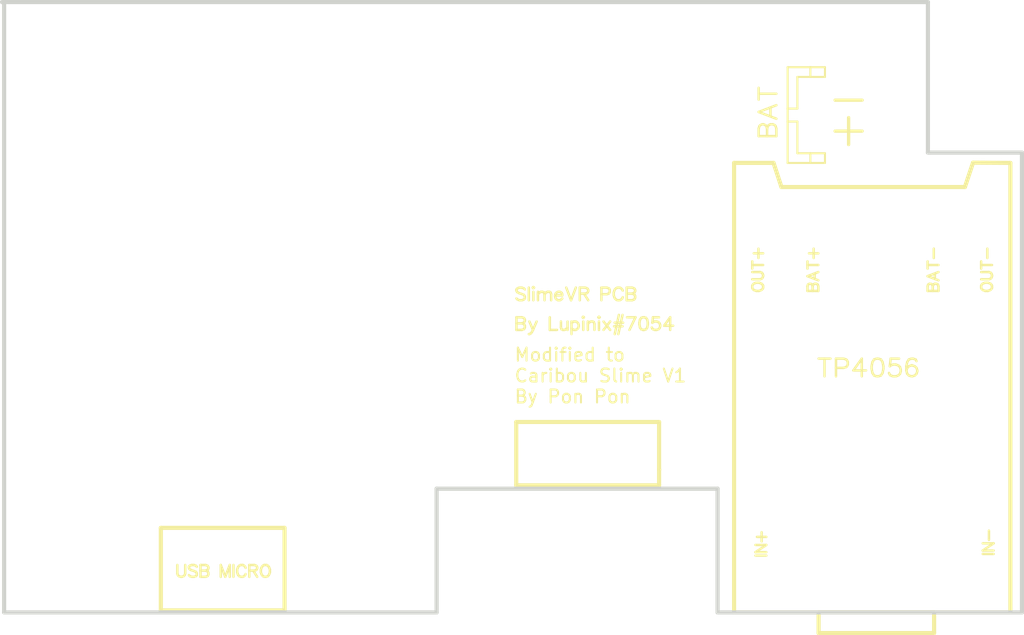
<source format=kicad_pcb>
(kicad_pcb (version 20221018) (generator pcbnew)

  (general
    (thickness 1.6)
  )

  (paper "A4")
  (layers
    (0 "F.Cu" signal)
    (31 "B.Cu" signal)
    (32 "B.Adhes" user "B.Adhesive")
    (33 "F.Adhes" user "F.Adhesive")
    (34 "B.Paste" user)
    (35 "F.Paste" user)
    (36 "B.SilkS" user "B.Silkscreen")
    (37 "F.SilkS" user "F.Silkscreen")
    (38 "B.Mask" user)
    (39 "F.Mask" user)
    (40 "Dwgs.User" user "User.Drawings")
    (41 "Cmts.User" user "User.Comments")
    (42 "Eco1.User" user "User.Eco1")
    (43 "Eco2.User" user "User.Eco2")
    (44 "Edge.Cuts" user)
  )

  (setup
    (pad_to_mask_clearance 0)
    (pcbplotparams
      (layerselection 0x00010fc_ffffffff)
      (plot_on_all_layers_selection 0x0000000_00000000)
      (disableapertmacros false)
      (usegerberextensions false)
      (usegerberattributes true)
      (usegerberadvancedattributes true)
      (creategerberjobfile true)
      (dashed_line_dash_ratio 12.000000)
      (dashed_line_gap_ratio 3.000000)
      (svgprecision 4)
      (plotframeref false)
      (viasonmask false)
      (mode 1)
      (useauxorigin false)
      (hpglpennumber 1)
      (hpglpenspeed 20)
      (hpglpendiameter 15.000000)
      (dxfpolygonmode true)
      (dxfimperialunits true)
      (dxfusepcbnewfont true)
      (psnegative false)
      (psa4output false)
      (plotreference true)
      (plotvalue true)
      (plotinvisibletext false)
      (sketchpadsonfab false)
      (subtractmaskfromsilk false)
      (outputformat 1)
      (mirror false)
      (drillshape 1)
      (scaleselection 1)
      (outputdirectory "")
    )
  )

  (net 0 "")

  (gr_line (start 39.98976 -123.86565) (end 40.09898 -123.97741)
    (stroke (width 0.1524) (type solid)) (layer "F.SilkS") (tstamp 00ba56f7-3db9-45f6-9330-0333bb630f62))
  (gr_line (start 57.66818 -137.84706) (end 57.66818 -137.24762)
    (stroke (width 0.127) (type solid)) (layer "F.SilkS") (tstamp 014a8032-8566-4315-b80e-a77c400cd27c))
  (gr_line (start 39.14648 -122.36958) (end 39.18457 -122.29592)
    (stroke (width 0.1524) (type solid)) (layer "F.SilkS") (tstamp 0188e5fc-5770-4815-a723-809155d1afff))
  (gr_line (start 56.769 -137.24762) (end 55.96897 -137.24762)
    (stroke (width 0.127) (type solid)) (layer "F.SilkS") (tstamp 02634c76-0cc5-49b9-96aa-ffb92b83b3e2))
  (gr_line (start 42.20464 -121.666) (end 42.13098 -121.7041)
    (stroke (width 0.1524) (type solid)) (layer "F.SilkS") (tstamp 0269268e-f86f-47cc-990d-aa7b938e61a2))
  (gr_line (start 61.71438 -119.89815) (end 61.66104 -119.43079)
    (stroke (width 0.1524) (type solid)) (layer "F.SilkS") (tstamp 02b6c032-cfbb-4986-8916-8a5164bb00f7))
  (gr_line (start 57.277 -102.997) (end 57.277 -104.267)
    (stroke (width 0.254) (type solid)) (layer "F.SilkS") (tstamp 02c87f94-76ea-4e9e-93f0-aa8cce37628f))
  (gr_line (start 67.79501 -124.5445) (end 67.70103 -124.57498)
    (stroke (width 0.1524) (type solid)) (layer "F.SilkS") (tstamp 06156233-3f55-4e75-9b6a-640df3d20a20))
  (gr_line (start 41.40707 -122.18417) (end 41.40707 -121.81587)
    (stroke (width 0.1524) (type solid)) (layer "F.SilkS") (tstamp 06634ebb-ee7d-42e9-a71d-555cb81226e0))
  (gr_line (start 67.70103 -124.06698) (end 67.79501 -124.1)
    (stroke (width 0.1524) (type solid)) (layer "F.SilkS") (tstamp 06ca0a09-6156-4ac5-a765-6932aad83665))
  (gr_line (start 40.28439 -124.01297) (end 40.35805 -123.97741)
    (stroke (width 0.1524) (type solid)) (layer "F.SilkS") (tstamp 06cedd1b-1060-419b-bacb-dc8e2a785a69))
  (gr_line (start 53.76151 -124.81882) (end 53.82501 -124.88232)
    (stroke (width 0.1524) (type solid)) (layer "F.SilkS") (tstamp 0762c774-694c-4bbc-b68a-fd84159ac28b))
  (gr_line (start 47.48276 -122.07241) (end 47.51832 -121.96318)
    (stroke (width 0.1524) (type solid)) (layer "F.SilkS") (tstamp 076841b7-18e5-4f03-8805-625d3b739728))
  (gr_line (start 67.92201 -124.44798) (end 67.85851 -124.51148)
    (stroke (width 0.1524) (type solid)) (layer "F.SilkS") (tstamp 08920ad0-daee-4a1b-9ca2-a71a4b63dfc7))
  (gr_line (start 67.44449 -124.5445) (end 67.38099 -124.51148)
    (stroke (width 0.1524) (type solid)) (layer "F.SilkS") (tstamp 08fe30a1-4c7b-4dc8-a53f-24412b151ad1))
  (gr_line (start 64.43451 -124.81882) (end 64.43451 -125.13632)
    (stroke (width 0.1524) (type solid)) (layer "F.SilkS") (tstamp 09ce2a8c-3b2c-42d5-99da-7eb90d2e2609))
  (gr_line (start 57.66818 -132.54862) (end 56.769 -132.54862)
    (stroke (width 0.127) (type solid)) (layer "F.SilkS") (tstamp 0b0a34d1-bfe9-441b-b5a3-51c08aa66bc5))
  (gr_line (start 53.85803 -125.0398) (end 53.82501 -125.13632)
    (stroke (width 0.1524) (type solid)) (layer "F.SilkS") (tstamp 0b4b638e-ff2f-44bc-b105-746820c3eb3c))
  (gr_line (start 64.65803 -124.354) (end 64.65803 -124.06698)
    (stroke (width 0.1524) (type solid)) (layer "F.SilkS") (tstamp 0b873aef-8903-403e-a375-5d67e1074e8d))
  (gr_line (start 45.10278 -123.53291) (end 45.17644 -123.60657)
    (stroke (width 0.1524) (type solid)) (layer "F.SilkS") (tstamp 0bf39110-6cf4-4d04-9ab7-20c87444d94e))
  (gr_line (start 47.45215 -113.06302) (end 47.45215 -112.09528)
    (stroke (width 0.254) (type solid)) (layer "F.SilkS") (tstamp 0c74a226-067b-46f9-9968-b83e90dacb40))
  (gr_line (start 38.85183 -124.27205) (end 38.74007 -124.23394)
    (stroke (width 0.1524) (type solid)) (layer "F.SilkS") (tstamp 0c7efa00-5878-485b-9728-421230056f02))
  (gr_line (start 21.67381 -107.188) (end 21.6027 -107.15244)
    (stroke (width 0.1524) (type solid)) (layer "F.SilkS") (tstamp 0d8000f4-0d7e-4351-a29a-bdc2654d6dc4))
  (gr_line (start 22.45613 -106.84002) (end 22.69743 -106.45902)
    (stroke (width 0.1524) (type solid)) (layer "F.SilkS") (tstamp 0d93214c-108e-4efa-a195-3b442c17874b))
  (gr_line (start 19.20747 -107.188) (end 19.5199 -107.188)
    (stroke (width 0.1524) (type solid)) (layer "F.SilkS") (tstamp 0daddb91-adc9-474b-84ea-ba8b7cac8004))
  (gr_line (start 57.25805 -124.354) (end 57.25805 -124.06698)
    (stroke (width 0.1524) (type solid)) (layer "F.SilkS") (tstamp 0e0521e9-907c-4b9c-b9b8-3ef067a6384d))
  (gr_line (start 62.73291 -118.96344) (end 62.83706 -118.85929)
    (stroke (width 0.1524) (type solid)) (layer "F.SilkS") (tstamp 0e870e3e-b35d-4b86-9ca7-c48b98e1af12))
  (gr_line (start 41.4528 -123.93931) (end 41.41469 -123.97741)
    (stroke (width 0.1524) (type solid)) (layer "F.SilkS") (tstamp 0f6df0f8-2858-4ee7-9d01-9b7b8df1df93))
  (gr_line (start 57.13105 -124.51148) (end 57.19455 -124.481)
    (stroke (width 0.1524) (type solid)) (layer "F.SilkS") (tstamp 0fa420a3-4d5c-45dd-b33f-63a41cb66ac8))
  (gr_line (start 61.214 -119.01424) (end 61.26734 -119.27586)
    (stroke (width 0.1524) (type solid)) (layer "F.SilkS") (tstamp 101b613e-c98f-4396-b2b9-c4c5e948db66))
  (gr_line (start 47.18557 -122.18417) (end 47.29733 -122.18417)
    (stroke (width 0.1524) (type solid)) (layer "F.SilkS") (tstamp 1096952a-f704-478a-a69c-9e2080dc90cc))
  (gr_line (start 39.18457 -121.81587) (end 39.14648 -121.74221)
    (stroke (width 0.1524) (type solid)) (layer "F.SilkS") (tstamp 10d3cc7f-1b94-4506-b9c3-40100327f584))
  (gr_line (start 17.98828 -106.45902) (end 18.05686 -106.45902)
    (stroke (width 0.1524) (type solid)) (layer "F.SilkS") (tstamp 1196d505-e213-4e3d-84a0-b8490d6f3148))
  (gr_line (start 56.78053 -124.51148) (end 56.84403 -124.481)
    (stroke (width 0.1524) (type solid)) (layer "F.SilkS") (tstamp 120d37ba-499f-4074-a75f-1962de54db4e))
  (gr_line (start 42.13098 -121.7041) (end 42.05732 -121.77776)
    (stroke (width 0.1524) (type solid)) (layer "F.SilkS") (tstamp 12aae5c0-5dc3-4d39-b51d-309f7fe8aa3d))
  (gr_line (start 39.46398 -122.18417) (end 39.68496 -121.666)
    (stroke (width 0.1524) (type solid)) (layer "F.SilkS") (tstamp 140fe643-c191-4511-98d4-cc45bb251213))
  (gr_line (start 42.46371 -122.07241) (end 42.50182 -121.96318)
    (stroke (width 0.1524) (type solid)) (layer "F.SilkS") (tstamp 1433ece0-b2a4-462e-8b6f-25c87c660f3e))
  (gr_line (start 53.82501 -124.44798) (end 53.76151 -124.51148)
    (stroke (width 0.1524) (type solid)) (layer "F.SilkS") (tstamp 1480c4f0-0896-4868-85a7-3616e39de89f))
  (gr_line (start 41.70426 -121.7041) (end 41.81348 -121.81587)
    (stroke (width 0.1524) (type solid)) (layer "F.SilkS") (tstamp 1510a7ba-a8cd-4aef-b040-ce5ec346d20f))
  (gr_line (start 40.80255 -123.86565) (end 40.80255 -123.49481)
    (stroke (width 0.1524) (type solid)) (layer "F.SilkS") (tstamp 157d1c60-2bae-4d65-a2af-b65448731088))
  (gr_line (start 45.93844 -123.571) (end 45.90033 -123.53291)
    (stroke (width 0.1524) (type solid)) (layer "F.SilkS") (tstamp 15cb4318-1bed-4a05-a68e-9443e60b614b))
  (gr_line (start 46.53533 -121.666) (end 46.6471 -121.7041)
    (stroke (width 0.1524) (type solid)) (layer "F.SilkS") (tstamp 1745dfc4-a149-44e1-b24f-3f964a262ded))
  (gr_line (start 40.72128 -122.44325) (end 40.72128 -121.666)
    (stroke (width 0.1524) (type solid)) (layer "F.SilkS") (tstamp 17727f64-4528-4b14-b5e7-9f9ea7ca32f8))
  (gr_line (start 21.46554 -106.91113) (end 21.46554 -106.73587)
    (stroke (width 0.1524) (type solid)) (layer "F.SilkS") (tstamp 177c5b43-016a-428d-85f2-c50ad03cb5d4))
  (gr_line (start 47.29733 -121.666) (end 47.18557 -121.666)
    (stroke (width 0.1524) (type solid)) (layer "F.SilkS") (tstamp 17a55cec-2293-43ef-99c8-1455a30b986e))
  (gr_line (start 41.81348 -122.18417) (end 41.81348 -121.666)
    (stroke (width 0.1524) (type solid)) (layer "F.SilkS") (tstamp 181c6954-5706-40c4-8ee6-246cfddc5966))
  (gr_line (start 58.97118 -119.84736) (end 59.02197 -119.79402)
    (stroke (width 0.1524) (type solid)) (layer "F.SilkS") (tstamp 1899118a-cfc9-4d09-8bb0-18462bbbd490))
  (gr_line (start 60.5409 -119.27586) (end 60.5917 -119.01424)
    (stroke (width 0.1524) (type solid)) (layer "F.SilkS") (tstamp 18c94d66-0b64-459b-921d-8f48b02fbe08))
  (gr_line (start 23.41118 -106.56315) (end 23.44674 -106.63174)
    (stroke (width 0.1524) (type solid)) (layer "F.SilkS") (tstamp 18d2bb8c-ba7c-44b7-8fd5-2a34c9de37f6))
  (gr_line (start 62.83706 -119.43079) (end 62.73291 -119.32665)
    (stroke (width 0.1524) (type solid)) (layer "F.SilkS") (tstamp 190b2af8-280e-4d4c-b8bc-23442e441fb2))
  (gr_line (start 53.58384 -135.08989) (end 54.6735 -135.50645)
    (stroke (width 0.1524) (type solid)) (layer "F.SilkS") (tstamp 19433beb-a649-4f2e-bdac-d49521654536))
  (gr_line (start 63.99001 -124.06698) (end 64.65803 -124.06698)
    (stroke (width 0.1524) (type solid)) (layer "F.SilkS") (tstamp 197592d8-1387-46c5-8c2c-4c59dfe5872b))
  (gr_line (start 42.31639 -122.18417) (end 42.39005 -122.1486)
    (stroke (width 0.1524) (type solid)) (layer "F.SilkS") (tstamp 19a182de-c6fe-495f-8c81-7d831b3b50b8))
  (gr_line (start 22.92604 -106.91113) (end 22.92604 -106.73587)
    (stroke (width 0.1524) (type solid)) (layer "F.SilkS") (tstamp 1a830b60-cc23-4ac5-a7e2-d39e5a84b96c))
  (gr_line (start 18.63089 -106.87558) (end 18.83918 -106.807)
    (stroke (width 0.1524) (type solid)) (layer "F.SilkS") (tstamp 1ab4adb8-44f4-411f-b1d8-5dbb3332cc6c))
  (gr_line (start 67.28701 -125.44112) (end 67.28701 -125.88816)
    (stroke (width 0.1524) (type solid)) (layer "F.SilkS") (tstamp 1ae049a7-b0e0-4be4-8066-e1c891f1ff13))
  (gr_line (start 56.769 -132.54862) (end 55.96897 -132.54862)
    (stroke (width 0.127) (type solid)) (layer "F.SilkS") (tstamp 1ba48ddf-a829-4d28-89be-78a9ba6678d8))
  (gr_line (start 54.98591 -130.4671) (end 66.28638 -130.4671)
    (stroke (width 0.254) (type solid)) (layer "F.SilkS") (tstamp 1c5ab5d9-bcad-4f4c-b0b2-261853b398f5))
  (gr_line (start 47.29733 -122.18417) (end 47.40655 -122.1486)
    (stroke (width 0.1524) (type solid)) (layer "F.SilkS") (tstamp 1d187228-6b5c-442e-a232-74c300d22dc6))
  (gr_line (start 67.76801 -108.7331) (end 67.76801 -109.3046)
    (stroke (width 0.1524) (type solid)) (layer "F.SilkS") (tstamp 1e23ced8-9d85-4a0d-bbfe-4b4e5ebc4f5f))
  (gr_line (start 44.23155 -124.27205) (end 44.34078 -124.23394)
    (stroke (width 0.1524) (type solid)) (layer "F.SilkS") (tstamp 1e5e5412-a209-4cad-bf66-541635507007))
  (gr_line (start 67.76453 -124.7858) (end 67.85851 -124.81882)
    (stroke (width 0.1524) (type solid)) (layer "F.SilkS") (tstamp 1e6ad6a3-4ee1-4811-8b00-58d63851be00))
  (gr_line (start 52.07 -104.267) (end 52.07 -131.953)
    (stroke (width 0.254) (type solid)) (layer "F.SilkS") (tstamp 1e91debf-4bf9-4f9b-8ee8-1e3fd1368f8d))
  (gr_line (start 59.93638 -119.89815) (end 59.93638 -118.8085)
    (stroke (width 0.1524) (type solid)) (layer "F.SilkS") (tstamp 1edf81c3-7fd0-414a-9c59-cb99cf67be55))
  (gr_line (start 22.62886 -107.15244) (end 22.66441 -107.11687)
    (stroke (width 0.1524) (type solid)) (layer "F.SilkS") (tstamp 1f3f1860-f797-4b7d-bc74-bd27c7c1dfbf))
  (gr_line (start 63.20027 -119.43079) (end 63.04279 -119.4816)
    (stroke (width 0.1524) (type solid)) (layer "F.SilkS") (tstamp 1f726503-0b86-4587-8416-f41e0c9dcf78))
  (gr_line (start 44.97578 -122.59057) (end 44.71923 -121.40947)
    (stroke (width 0.1524) (type solid)) (layer "F.SilkS") (tstamp 1f8b9cba-30fd-431f-8ce8-1aa9713c2b97))
  (gr_line (start 67.85851 -124.51148) (end 67.79501 -124.5445)
    (stroke (width 0.1524) (type solid)) (layer "F.SilkS") (tstamp 2041e4d9-6f6b-488b-bbe3-6f7b8ca76593))
  (gr_line (start 67.38701 -108.52228) (end 68.05503 -108.52228)
    (stroke (width 0.1524) (type solid)) (layer "F.SilkS") (tstamp 207c5fb4-9edc-4be2-a8be-535b15816980))
  (gr_line (start 59.07531 -119.68987) (end 59.07531 -119.53494)
    (stroke (width 0.1524) (type solid)) (layer "F.SilkS") (tstamp 211d5267-fe95-4ca6-b4a1-4be1ed9a2df4))
  (gr_line (start 42.78121 -122.18417) (end 42.78121 -121.666)
    (stroke (width 0.1524) (type solid)) (layer "F.SilkS") (tstamp 2170ee4d-3860-4e55-8954-156691ae5c85))
  (gr_line (start 21.53411 -106.56315) (end 21.6027 -106.49458)
    (stroke (width 0.1524) (type solid)) (layer "F.SilkS") (tstamp 223f551f-1c8f-43b3-8a1b-c30186cef329))
  (gr_line (start 45.93844 -123.97741) (end 45.90033 -123.93931)
    (stroke (width 0.1524) (type solid)) (layer "F.SilkS") (tstamp 2301a74a-b1eb-417a-b880-745f3be90676))
  (gr_line (start 63.25108 -119.84736) (end 63.09613 -119.89815)
    (stroke (width 0.1524) (type solid)) (layer "F.SilkS") (tstamp 2301f854-5336-4214-bbd2-cf365aabce24))
  (gr_line (start 21.9837 -107.01274) (end 21.95068 -107.08386)
    (stroke (width 0.1524) (type solid)) (layer "F.SilkS") (tstamp 232d2455-e566-40d7-9f7e-4a5d24377416))
  (gr_line (start 64.02049 -124.44798) (end 64.05351 -124.481)
    (stroke (width 0.1524) (type solid)) (layer "F.SilkS") (tstamp 2339cda7-7352-41f4-b949-3a09b8a3041b))
  (gr_line (start 41.73219 -124.27205) (end 42.02937 -123.49481)
    (stroke (width 0.1524) (type solid)) (layer "F.SilkS") (tstamp 2434cce2-37d3-459d-b338-843f3f3a4873))
  (gr_line (start 40.76446 -123.97741) (end 40.80255 -123.86565)
    (stroke (width 0.1524) (type solid)) (layer "F.SilkS") (tstamp 24485d3c-4186-4f0f-acb1-9a3d043b5b1c))
  (gr_line (start 62.992 -119.89815) (end 62.83706 -119.84736)
    (stroke (width 0.1524) (type solid)) (layer "F.SilkS") (tstamp 24549b7e-7470-487a-95fb-21cc222f460b))
  (gr_line (start 40.57903 -124.01297) (end 40.6908 -124.01297)
    (stroke (width 0.1524) (type solid)) (layer "F.SilkS") (tstamp 2481b727-2f75-4365-a36c-23260ca9a7e0))
  (gr_line (start 63.99001 -124.354) (end 64.02049 -124.44798)
    (stroke (width 0.1524) (type solid)) (layer "F.SilkS") (tstamp 24c7207f-7c85-40db-be73-e76c4467507e))
  (gr_line (start 67.54101 -124.57498) (end 67.44449 -124.5445)
    (stroke (width 0.1524) (type solid)) (layer "F.SilkS") (tstamp 24ceb39d-2009-453c-9dd2-f6bc2d3100fc))
  (gr_line (start 62.67958 -119.17171) (end 62.73291 -118.96344)
    (stroke (width 0.1524) (type solid)) (layer "F.SilkS") (tstamp 2501cfc4-348a-4538-87a8-56f37b9fde5c))
  (gr_line (start 43.01235 -124.23394) (end 43.04792 -124.19839)
    (stroke (width 0.1524) (type solid)) (layer "F.SilkS") (tstamp 252809f3-dc14-41fc-9d31-c2a8b2e9e7b6))
  (gr_line (start 53.58384 -135.08989) (end 54.6735 -134.67334)
    (stroke (width 0.1524) (type solid)) (layer "F.SilkS") (tstamp 2536df62-70c4-4006-b5bd-e9a28003aad2))
  (gr_line (start 21.50109 -107.01274) (end 21.46554 -106.91113)
    (stroke (width 0.1524) (type solid)) (layer "F.SilkS") (tstamp 26438d4c-adf1-4165-8322-4312a99adf35))
  (gr_line (start 41.34103 -123.49481) (end 41.41469 -123.53291)
    (stroke (width 0.1524) (type solid)) (layer "F.SilkS") (tstamp 266716cb-9a4f-4486-a029-80a508af2a4a))
  (gr_line (start 41.04639 -123.71833) (end 41.08196 -123.60657)
    (stroke (width 0.1524) (type solid)) (layer "F.SilkS") (tstamp 267b2a30-66a4-446f-be50-77351c619286))
  (gr_line (start 39.18457 -121.92508) (end 39.18457 -121.81587)
    (stroke (width 0.1524) (type solid)) (layer "F.SilkS") (tstamp 26f27a41-3f14-40be-8407-2fda084bfb61))
  (gr_line (start 40.72128 -121.666) (end 41.16323 -121.666)
    (stroke (width 0.1524) (type solid)) (layer "F.SilkS") (tstamp 279168bb-bca0-4374-89ee-31952a3de2f7))
  (gr_line (start 46.75632 -122.1105) (end 46.72076 -122.29592)
    (stroke (width 0.1524) (type solid)) (layer "F.SilkS") (tstamp 28145cae-6bb1-4847-96ed-753082473425))
  (gr_line (start 44.68114 -121.88952) (end 45.1993 -121.88952)
    (stroke (width 0.1524) (type solid)) (layer "F.SilkS") (tstamp 28dcb399-b793-4b16-92bd-a35d690bcbab))
  (gr_line (start 47.03826 -122.1105) (end 47.07635 -122.1486)
    (stroke (width 0.1524) (type solid)) (layer "F.SilkS") (tstamp 2926c707-f59b-4a44-9da9-577da531d256))
  (gr_line (start 61.86931 -119.53494) (end 62.02679 -119.53494)
    (stroke (width 0.1524) (type solid)) (layer "F.SilkS") (tstamp 2a2a1acc-bb5b-461f-84b6-d23b85e708be))
  (gr_line (start 64.27449 -124.44798) (end 64.30751 -124.354)
    (stroke (width 0.1524) (type solid)) (layer "F.SilkS") (tstamp 2a3b5846-ad1a-405d-aa19-88c724a0cb30))
  (gr_line (start 57.66818 -137.24762) (end 56.769 -137.24762)
    (stroke (width 0.127) (type solid)) (layer "F.SilkS") (tstamp 2a42bb75-e62b-46dd-b56f-c49d7b7df180))
  (gr_line (start 42.78121 -122.40515) (end 42.81932 -122.44325)
    (stroke (width 0.1524) (type solid)) (layer "F.SilkS") (tstamp 2a8cd22a-294d-4ec5-ab87-18f2fbb0df3d))
  (gr_line (start 53.82501 -124.19398) (end 53.85803 -124.25748)
    (stroke (width 0.1524) (type solid)) (layer "F.SilkS") (tstamp 2aee7332-82ec-4b11-8303-812c3f08875e))
  (gr_line (start 69.088 -104.267) (end 52.07 -104.267)
    (stroke (width 0.254) (type solid)) (layer "F.SilkS") (tstamp 2c09ab34-a0a0-4a93-b12b-fb263f2dced4))
  (gr_line (start 54.15534 -134.22629) (end 54.20613 -134.27963)
    (stroke (width 0.1524) (type solid)) (layer "F.SilkS") (tstamp 2d0796fd-64cb-4f4f-b692-938eae2f2b45))
  (gr_line (start 53.44401 -124.57498) (end 53.34749 -124.5445)
    (stroke (width 0.1524) (type solid)) (layer "F.SilkS") (tstamp 2d212dd7-a01e-4f46-a642-a1ec73a111f7))
  (gr_line (start 67.54101 -124.06698) (end 67.70103 -124.06698)
    (stroke (width 0.1524) (type solid)) (layer "F.SilkS") (tstamp 2dfd41a4-dc4e-4c71-a638-441268d1227c))
  (gr_line (start 39.70782 -124.3076) (end 39.67226 -124.27205)
    (stroke (width 0.1524) (type solid)) (layer "F.SilkS") (tstamp 2ea08f9b-66d4-4910-b61e-178337851d15))
  (gr_line (start 22.69743 -107.04829) (end 22.69743 -106.97971)
    (stroke (width 0.1524) (type solid)) (layer "F.SilkS") (tstamp 2ec28854-740a-45a9-9bee-cd902868a82e))
  (gr_line (start 53.38699 -107.97783) (end 54.055 -108.42233)
    (stroke (width 0.1524) (type solid)) (layer "F.SilkS") (tstamp 2ec2caff-9102-4057-884f-0b261d354136))
  (gr_line (start 45.17644 -124.16028) (end 45.10278 -124.23394)
    (stroke (width 0.1524) (type solid)) (layer "F.SilkS") (tstamp 2f50b9d5-011e-4189-83f7-9f445d9df8ac))
  (gr_line (start 38.85183 -123.49481) (end 38.74007 -123.53291)
    (stroke (width 0.1524) (type solid)) (layer "F.SilkS") (tstamp 305f86d5-bcd1-435a-b431-456ce6727b36))
  (gr_line (start 67.76453 -125.2303) (end 67.28701 -125.2303)
    (stroke (width 0.1524) (type solid)) (layer "F.SilkS") (tstamp 317f2e23-70b5-4f1c-8a5d-3975e51d94a0))
  (gr_line (start 53.38699 -107.97783) (end 54.055 -107.97783)
    (stroke (width 0.1524) (type solid)) (layer "F.SilkS") (tstamp 32598cb5-4a2a-4dae-a20e-2c4b7154eb9d))
  (gr_line (start 23.06574 -107.15244) (end 22.99715 -107.08386)
    (stroke (width 0.1524) (type solid)) (layer "F.SilkS") (tstamp 325b971b-4a59-435e-a9d4-b66e132ab12d))
  (gr_line (start 62.18174 -119.4816) (end 62.28588 -119.38)
    (stroke (width 0.1524) (type solid)) (layer "F.SilkS") (tstamp 326be7a5-2ece-42f9-bddf-52aff697d713))
  (gr_line (start 62.83706 -119.84736) (end 62.73291 -119.68987)
    (stroke (width 0.1524) (type solid)) (layer "F.SilkS") (tstamp 33b9a491-dc32-4f4d-837a-107f6af756a6))
  (gr_line (start 45.02912 -124.27205) (end 44.8818 -124.27205)
    (stroke (width 0.1524) (type solid)) (layer "F.SilkS") (tstamp 35c78b49-66c6-4d41-827e-740e67a6910b))
  (gr_line (start 60.5409 -119.43079) (end 60.5409 -119.27586)
    (stroke (width 0.1524) (type solid)) (layer "F.SilkS") (tstamp 35f5a29e-e79c-4ceb-9920-f5dc5645b792))
  (gr_line (start 62.02679 -118.8085) (end 61.86931 -118.8085)
    (stroke (width 0.1524) (type solid)) (layer "F.SilkS") (tstamp 3604f405-6168-4343-920e-f04b6c3076d8))
  (gr_line (start 17.88413 -106.49458) (end 17.98828 -106.45902)
    (stroke (width 0.1524) (type solid)) (layer "F.SilkS") (tstamp 369a69b3-73b4-43c2-82fd-bd7665104bb4))
  (gr_line (start 57.19455 -124.481) (end 57.22503 -124.44798)
    (stroke (width 0.1524) (type solid)) (layer "F.SilkS") (tstamp 36ea5770-cfc1-4417-9153-d83c3a6a5ae3))
  (gr_line (start 42.50182 -121.88952) (end 42.46371 -121.77776)
    (stroke (width 0.1524) (type solid)) (layer "F.SilkS") (tstamp 372d54c1-f622-4e21-b924-a0ee60198a36))
  (gr_line (start 44.03089 -122.18417) (end 44.4373 -121.666)
    (stroke (width 0.1524) (type solid)) (layer "F.SilkS") (tstamp 37d0028b-f093-4292-8bf6-aa32f3f367bd))
  (gr_line (start 21.50109 -106.63174) (end 21.53411 -106.56315)
    (stroke (width 0.1524) (type solid)) (layer "F.SilkS") (tstamp 38060d69-d848-4fc6-ba77-c6c0dfa869c1))
  (gr_line (start 61.66104 -119.43079) (end 61.71438 -119.4816)
    (stroke (width 0.1524) (type solid)) (layer "F.SilkS") (tstamp 38c2977e-827e-48b2-b171-0f40d4fa2903))
  (gr_line (start 60.85077 -118.8085) (end 60.95491 -118.8085)
    (stroke (width 0.1524) (type solid)) (layer "F.SilkS") (tstamp 38c3497f-b025-4e72-adb4-ba7550682bb4))
  (gr_line (start 44.4373 -122.18417) (end 44.03089 -121.666)
    (stroke (width 0.1524) (type solid)) (layer "F.SilkS") (tstamp 38e814f4-0dc6-4667-a7b0-6d4716758f18))
  (gr_line (start 19.20747 -107.188) (end 19.20747 -106.45902)
    (stroke (width 0.1524) (type solid)) (layer "F.SilkS") (tstamp 3935cc04-3d97-489f-902f-af888ad0d183))
  (gr_line (start 47.76216 -121.92508) (end 48.31587 -121.92508)
    (stroke (width 0.1524) (type solid)) (layer "F.SilkS") (tstamp 394c8e5d-8dee-4fe0-b648-81c822b07661))
  (gr_line (start 57.277 -104.267) (end 64.389 -104.267)
    (stroke (width 0.254) (type solid)) (layer "F.SilkS") (tstamp 3964cdce-5828-4836-bdbc-5b7dc2ed9b58))
  (gr_line (start 44.73194 -123.60657) (end 44.8056 -123.53291)
    (stroke (width 0.1524) (type solid)) (layer "F.SilkS") (tstamp 397e2430-6da6-4aea-b9dc-5cf568beef35))
  (gr_line (start 53.63463 -134.22629) (end 53.68797 -134.27963)
    (stroke (width 0.1524) (type solid)) (layer "F.SilkS") (tstamp 39b0fe52-f959-4718-9585-0d452ca5e9bb))
  (gr_line (start 41.40707 -121.81587) (end 41.44517 -121.7041)
    (stroke (width 0.1524) (type solid)) (layer "F.SilkS") (tstamp 3a56a2e7-74f0-4f18-94f6-50505f1070a0))
  (gr_line (start 59.41822 -119.17171) (end 60.198 -119.17171)
    (stroke (width 0.1524) (type solid)) (layer "F.SilkS") (tstamp 3b76516c-e5b0-4dd3-a22f-73a29f6107dc))
  (gr_line (start 17.78 -106.66729) (end 17.81555 -106.56315)
    (stroke (width 0.1524) (type solid)) (layer "F.SilkS") (tstamp 3ba1975f-7490-4ea2-89e4-5742b3d724fa))
  (gr_line (start 62.73291 -119.68987) (end 62.67958 -119.43079)
    (stroke (width 0.1524) (type solid)) (layer "F.SilkS") (tstamp 3baa2db5-6650-4669-bf97-0d9495a38ad8))
  (gr_line (start 38.99916 -123.49481) (end 38.85183 -123.49481)
    (stroke (width 0.1524) (type solid)) (layer "F.SilkS") (tstamp 3bcb17fb-8e7d-4664-ad83-1f42dd9647f6))
  (gr_line (start 41.15562 -123.53291) (end 41.22928 -123.49481)
    (stroke (width 0.1524) (type solid)) (layer "F.SilkS") (tstamp 3bdb780f-d0c2-4a4f-84df-27e59c2c73ec))
  (gr_line (start 61.26734 -119.27586) (end 61.26734 -119.43079)
    (stroke (width 0.1524) (type solid)) (layer "F.SilkS") (tstamp 3d2f76ed-1abb-4180-8061-32ac049b77a8))
  (gr_line (start 40.6908 -124.01297) (end 40.76446 -123.97741)
    (stroke (width 0.1524) (type solid)) (layer "F.SilkS") (tstamp 3dc983e1-34e5-4127-a1ad-63849ffd920e))
  (gr_line (start 53.68797 -134.27963) (end 53.79211 -134.33044)
    (stroke (width 0.1524) (type solid)) (layer "F.SilkS") (tstamp 3e2e5ebd-b511-4c0e-872c-a2951dab3d32))
  (gr_line (start 19.6215 -106.87558) (end 19.5199 -106.84002)
    (stroke (width 0.1524) (type solid)) (layer "F.SilkS") (tstamp 3e428c2c-665f-4817-8b6c-e2bd24c4efcf))
  (gr_line (start 44.34078 -123.90121) (end 44.23155 -123.86565)
    (stroke (width 0.1524) (type solid)) (layer "F.SilkS") (tstamp 3e52b46f-f4c1-493b-84ed-8c671649768a))
  (gr_line (start 19.6215 -106.49458) (end 19.5199 -106.45902)
    (stroke (width 0.1524) (type solid)) (layer "F.SilkS") (tstamp 3e5c140e-8c74-48f4-95c7-990c334dfc46))
  (gr_line (start 61.26734 -119.43079) (end 61.214 -119.68987)
    (stroke (width 0.1524) (type solid)) (layer "F.SilkS") (tstamp 3ec76776-aaf9-4c02-926f-172a0352d944))
  (gr_line (start 39.67226 -124.27205) (end 39.70782 -124.23394)
    (stroke (width 0.1524) (type solid)) (layer "F.SilkS") (tstamp 3ed880b6-c44a-44aa-964e-79279546d5ee))
  (gr_line (start 56.59003 -124.354) (end 56.62051 -124.44798)
    (stroke (width 0.1524) (type solid)) (layer "F.SilkS") (tstamp 3efad01a-0ed7-46bc-a69a-258cd1db3474))
  (gr_line (start 19.5199 -106.84002) (end 19.6215 -106.807)
    (stroke (width 0.1524) (type solid)) (layer "F.SilkS") (tstamp 4033cdfb-f2d9-4067-9ebd-8e180f3dadd5))
  (gr_line (start 41.41469 -123.53291) (end 41.48835 -123.60657)
    (stroke (width 0.1524) (type solid)) (layer "F.SilkS") (tstamp 40b7c075-251f-44e9-a6ac-63dec887eb60))
  (gr_line (start 40.35805 -123.97741) (end 40.39616 -123.86565)
    (stroke (width 0.1524) (type solid)) (layer "F.SilkS") (tstamp 40ddb3f5-733d-44e2-8957-8ee045f28845))
  (gr_line (start 47.45215 -115.99671) (end 47.45215 -113.06302)
    (stroke (width 0.254) (type solid)) (layer "F.SilkS") (tstamp 420c1b2d-386b-466e-b836-532f7ea3a13c))
  (gr_line (start 47.51832 -121.96318) (end 47.51832 -121.88952)
    (stroke (width 0.1524) (type solid)) (layer "F.SilkS") (tstamp 434aa19f-9b79-45d2-8c7e-c8a63505957f))
  (gr_line (start 62.18174 -118.85929) (end 62.02679 -118.8085)
    (stroke (width 0.1524) (type solid)) (layer "F.SilkS") (tstamp 438c6a93-44c8-4cf9-a7bb-acd67992e4b2))
  (gr_line (start 64.11701 -124.51148) (end 64.18051 -124.51148)
    (stroke (width 0.1524) (type solid)) (layer "F.SilkS") (tstamp 439b4d98-613c-434c-9e11-aee59266a748))
  (gr_line (start 43.08601 -124.12473) (end 43.08601 -124.05107)
    (stroke (width 0.1524) (type solid)) (layer "F.SilkS") (tstamp 43d4fd00-bf78-4839-99d8-53afe37b1027))
  (gr_line (start 22.96159 -107.01274) (end 22.92604 -106.91113)
    (stroke (width 0.1524) (type solid)) (layer "F.SilkS") (tstamp 45224142-6409-4247-ab0f-4388cc775927))
  (gr_line (start 67.79501 -124.1) (end 67.85851 -124.13048)
    (stroke (width 0.1524) (type solid)) (layer "F.SilkS") (tstamp 45583ee0-96bb-46e8-bd34-f61ee800b0fa))
  (gr_line (start 67.28701 -125.66464) (end 67.95503 -125.66464)
    (stroke (width 0.1524) (type solid)) (layer "F.SilkS") (tstamp 4665a5e6-9289-4636-b97e-25b5c5d47cb6))
  (gr_line (start 45.78857 -124.27205) (end 45.90033 -124.23394)
    (stroke (width 0.1524) (type solid)) (layer "F.SilkS") (tstamp 469a8bb7-51cf-411c-a77a-2530ca9c5817))
  (gr_line (start 40.39616 -123.86565) (end 40.50537 -123.97741)
    (stroke (width 0.1524) (type solid)) (layer "F.SilkS") (tstamp 47084521-d592-4ad7-928f-2d1ccceb90a4))
  (gr_line (start 61.214 -119.68987) (end 61.1124 -119.84736)
    (stroke (width 0.1524) (type solid)) (layer "F.SilkS") (tstamp 47102ed6-1a29-441e-bd2d-d1f6fdb8f322))
  (gr_line (start 53.76151 -124.51148) (end 53.69801 -124.5445)
    (stroke (width 0.1524) (type solid)) (layer "F.SilkS") (tstamp 47e4eeff-a484-4d80-a7eb-97c0460bca75))
  (gr_line (start 22.21229 -107.188) (end 22.52472 -107.188)
    (stroke (width 0.1524) (type solid)) (layer "F.SilkS") (tstamp 48336b45-bf23-42b3-a274-8ca9d9ef1d02))
  (gr_line (start 22.66441 -106.91113) (end 22.62886 -106.87558)
    (stroke (width 0.1524) (type solid)) (layer "F.SilkS") (tstamp 489b2d9a-315e-4985-aaeb-ee3a8e13aac8))
  (gr_line (start 64.62501 -124.44798) (end 64.65803 -124.354)
    (stroke (width 0.1524) (type solid)) (layer "F.SilkS") (tstamp 48cc77f0-0ec7-4bdc-bc2f-f099c80eb4cd))
  (gr_line (start 56.71703 -124.51148) (end 56.78053 -124.51148)
    (stroke (width 0.1524) (type solid)) (layer "F.SilkS") (tstamp 48d92022-e614-48bf-be27-8d15b2e0eb54))
  (gr_line (start 62.992 -118.8085) (end 63.04279 -118.8085)
    (stroke (width 0.1524) (type solid)) (layer "F.SilkS") (tstamp 4928c961-571c-4288-b739-caff577a73f6))
  (gr_line (start 39.11092 -124.23394) (end 38.99916 -124.27205)
    (stroke (width 0.1524) (type solid)) (layer "F.SilkS") (tstamp 4a04402d-9fde-4538-81a5-01b3035db811))
  (gr_line (start 57.03453 -124.81882) (end 57.03453 -125.13632)
    (stroke (width 0.1524) (type solid)) (layer "F.SilkS") (tstamp 4a0825b5-f3ff-439f-9741-de3f36da68c4))
  (gr_line (start 18.66645 -106.45902) (end 18.56231 -106.49458)
    (stroke (width 0.1524) (type solid)) (layer "F.SilkS") (tstamp 4b944b48-9d6a-40cd-82d1-d9e4e218ef4e))
  (gr_line (start 56.59003 -124.9763) (end 57.25805 -124.7223)
    (stroke (width 0.1524) (type solid)) (layer "F.SilkS") (tstamp 4c19891d-584a-4ecd-8f68-975f3e58e928))
  (gr_line (start 39.70782 -124.01297) (end 39.70782 -123.49481)
    (stroke (width 0.1524) (type solid)) (layer "F.SilkS") (tstamp 4c9667a4-21b6-4786-9037-07c72f2baf0a))
  (gr_line (start 45.90033 -124.23394) (end 45.93844 -124.19839)
    (stroke (width 0.1524) (type solid)) (layer "F.SilkS") (tstamp 4cbafa6c-0947-4f55-8f3b-c6b349485a47))
  (gr_line (start 56.769 -137.24762) (end 56.769 -137.84706)
    (stroke (width 0.127) (type solid)) (layer "F.SilkS") (tstamp 4d65687a-6464-45c1-8926-74b8dfeee24b))
  (gr_line (start 62.28588 -118.96344) (end 62.18174 -118.85929)
    (stroke (width 0.1524) (type solid)) (layer "F.SilkS") (tstamp 4da1e62f-a251-4e1c-91d6-5ea1a380e6ff))
  (gr_line (start 45.974 -124.05107) (end 45.93844 -123.97741)
    (stroke (width 0.1524) (type solid)) (layer "F.SilkS") (tstamp 4dfdfa55-b070-46aa-9628-4ad61a647d89))
  (gr_line (start 24.384 -109.474) (end 16.764 -109.474)
    (stroke (width 0.254) (type solid)) (layer "F.SilkS") (tstamp 4e1d78b4-fc01-43cc-b279-fdb99952e7ac))
  (gr_line (start 38.66642 -122.07241) (end 38.99916 -122.07241)
    (stroke (width 0.1524) (type solid)) (layer "F.SilkS") (tstamp 4e4cd874-8774-4291-919f-633586735713))
  (gr_line (start 52.07 -131.953) (end 54.50077 -131.953)
    (stroke (width 0.254) (type solid)) (layer "F.SilkS") (tstamp 4e9f2f87-665d-4732-b9e0-f1865ab11840))
  (gr_line (start 54.102 -133.604) (end 54.102 -134.07136)
    (stroke (width 0.1524) (type solid)) (layer "F.SilkS") (tstamp 4f108aa9-546d-4738-8e0c-870113fab399))
  (gr_line (start 43.04792 -123.97741) (end 43.01235 -123.93931)
    (stroke (width 0.1524) (type solid)) (layer "F.SilkS") (tstamp 4f6b83f6-03a8-4849-9cff-6dabd9da4ea4))
  (gr_line (start 42.78121 -122.47881) (end 42.74566 -122.44325)
    (stroke (width 0.1524) (type solid)) (layer "F.SilkS") (tstamp 4f8c4c14-ba30-4093-b62a-c950c9bb1c62))
  (gr_line (start 39.6113 -121.51868) (end 39.53764 -121.44502)
    (stroke (width 0.1524) (type solid)) (layer "F.SilkS") (tstamp 4fc3e497-1b0a-40fd-91df-0e250dd4d084))
  (gr_line (start 61.66104 -118.9101) (end 61.61024 -119.01424)
    (stroke (width 0.1524) (type solid)) (layer "F.SilkS") (tstamp 4fd84658-72e0-4137-8852-0bc0284e9b28))
  (gr_line (start 18.91029 -106.49458) (end 18.80615 -106.45902)
    (stroke (width 0.1524) (type solid)) (layer "F.SilkS") (tstamp 4fe8c734-7575-4c23-ae12-aab08663c063))
  (gr_line (start 43.08601 -124.05107) (end 43.04792 -123.97741)
    (stroke (width 0.1524) (type solid)) (layer "F.SilkS") (tstamp 50437e51-6d65-47fa-9077-2c650095e73e))
  (gr_line (start 63.30441 -119.74321) (end 63.25108 -119.84736)
    (stroke (width 0.1524) (type solid)) (layer "F.SilkS") (tstamp 507e4617-c6a4-4583-b82c-72ead6e1818d))
  (gr_line (start 45.212 -124.08663) (end 45.17644 -124.16028)
    (stroke (width 0.1524) (type solid)) (layer "F.SilkS") (tstamp 507ec282-39b0-49c0-b1cc-2247587e558e))
  (gr_line (start 64.37101 -126.09644) (end 64.37101 -126.67048)
    (stroke (width 0.1524) (type solid)) (layer "F.SilkS") (tstamp 50fc8ff6-f24a-42c2-a637-7c4ebd003a7e))
  (gr_line (start 21.00834 -107.188) (end 21.00834 -106.45902)
    (stroke (width 0.1524) (type solid)) (layer "F.SilkS") (tstamp 5122d313-b151-4bed-9c03-193ea1069fda))
  (gr_line (start 58.8137 -119.32665) (end 58.34634 -119.32665)
    (stroke (width 0.1524) (type solid)) (layer "F.SilkS") (tstamp 512f51c4-99bd-488d-b2c5-45b400090fbf))
  (gr_line (start 54.50077 -131.953) (end 54.98591 -130.4671)
    (stroke (width 0.254) (type solid)) (layer "F.SilkS") (tstamp 518a0f67-d4da-4c74-9c76-db5f6097614e))
  (gr_line (start 45.45583 -124.27205) (end 45.45583 -123.49481)
    (stroke (width 0.1524) (type solid)) (layer "F.SilkS") (tstamp 5391e04e-112c-4432-a947-b05dffd81d69))
  (gr_line (start 58.293 -133.91134) (end 59.9567 -133.91134)
    (stroke (width 0.2032) (type solid)) (layer "F.SilkS") (tstamp 53974c01-cff3-4c63-b02b-943ffb3b17c2))
  (gr_line (start 63.99001 -125.44112) (end 63.99001 -125.88816)
    (stroke (width 0.1524) (type solid)) (layer "F.SilkS") (tstamp 53b72ccc-b891-4420-bbae-6f9dc57cfb5e))
  (gr_line (start 47.03826 -121.74221) (end 47.00016 -121.81587)
    (stroke (width 0.1524) (type solid)) (layer "F.SilkS") (tstamp 53d3409b-9198-4d0d-9c1d-31e227cb1c18))
  (gr_line (start 21.6027 -107.15244) (end 21.53411 -107.08386)
    (stroke (width 0.1524) (type solid)) (layer "F.SilkS") (tstamp 540c3479-9f18-4e57-bf2f-b3391d3d236e))
  (gr_line (start 47.18557 -121.666) (end 47.07635 -121.7041)
    (stroke (width 0.1524) (type solid)) (layer "F.SilkS") (tstamp 5418af5e-877f-4e36-8f15-328155eb9c89))
  (gr_line (start 53.85803 -124.38448) (end 53.82501 -124.44798)
    (stroke (width 0.1524) (type solid)) (layer "F.SilkS") (tstamp 5419dc82-86d1-43db-b9f4-e46be776cacb))
  (gr_line (start 53.60403 -124.06698) (end 53.69801 -124.1)
    (stroke (width 0.1524) (type solid)) (layer "F.SilkS") (tstamp 546443d8-7ee9-48b3-ac1f-37e38b440fbd))
  (gr_line (start 47.44466 -122.44325) (end 47.07635 -122.44325)
    (stroke (width 0.1524) (type solid)) (layer "F.SilkS") (tstamp 54d05803-52ac-45ec-a203-6c535c3cd613))
  (gr_line (start 53.85803 -124.25748) (end 53.85803 -124.38448)
    (stroke (width 0.1524) (type solid)) (layer "F.SilkS") (tstamp 556c5453-b7a3-4989-b4ca-d36becad1abe))
  (gr_line (start 53.76151 -125.19982) (end 53.66753 -125.2303)
    (stroke (width 0.1524) (type solid)) (layer "F.SilkS") (tstamp 55b87c34-115b-4da4-85a8-0991e4aae398))
  (gr_line (start 41.44517 -121.7041) (end 41.51883 -121.666)
    (stroke (width 0.1524) (type solid)) (layer "F.SilkS") (tstamp 5615007b-730b-4e85-bc97-f3b9fcbe435d))
  (gr_line (start 21.88209 -107.15244) (end 21.81097 -107.188)
    (stroke (width 0.1524) (type solid)) (layer "F.SilkS") (tstamp 57391b80-5743-40d2-be0d-04686ee3f933))
  (gr_line (start 46.53533 -122.44325) (end 46.46167 -122.44325)
    (stroke (width 0.1524) (type solid)) (layer "F.SilkS") (tstamp 574e63d0-96e9-47a4-90f9-d269ca350e2a))
  (gr_line (start 41.48835 -123.86565) (end 41.4528 -123.93931)
    (stroke (width 0.1524) (type solid)) (layer "F.SilkS") (tstamp 5781383c-411a-4c89-8a9f-a02fc40757f1))
  (gr_line (start 64.389 -102.997) (end 57.277 -102.997)
    (stroke (width 0.254) (type solid)) (layer "F.SilkS") (tstamp 58c36196-8f41-49c0-8f5a-dca708147e68))
  (gr_line (start 53.69801 -124.1) (end 53.76151 -124.13048)
    (stroke (width 0.1524) (type solid)) (layer "F.SilkS") (tstamp 59e32e64-5aae-4445-a0ba-612aa1e7dcc7))
  (gr_line (start 61.1124 -119.84736) (end 60.95491 -119.89815)
    (stroke (width 0.1524) (type solid)) (layer "F.SilkS") (tstamp 5ab40400-18b0-4b15-8770-60748ef849e3))
  (gr_line (start 61.86931 -118.8085) (end 61.71438 -118.85929)
    (stroke (width 0.1524) (type solid)) (layer "F.SilkS") (tstamp 5b527732-5daf-4b49-bf9f-a64447759b66))
  (gr_line (start 39.90848 -122.18417) (end 39.68496 -121.666)
    (stroke (width 0.1524) (type solid)) (layer "F.SilkS") (tstamp 5c9b5d6b-330e-4b81-8f5c-38e8be7f2009))
  (gr_line (start 55.36948 -137.84706) (end 56.769 -137.84706)
    (stroke (width 0.127) (type solid)) (layer "F.SilkS") (tstamp 5cd4bd29-66d6-46d3-9906-9035e0877a06))
  (gr_line (start 46.24069 -122.1105) (end 46.24069 -121.99875)
    (stroke (width 0.1524) (type solid)) (layer "F.SilkS") (tstamp 5d47ce24-047f-4906-a762-9da1c0c52552))
  (gr_line (start 21.67381 -106.45902) (end 21.81097 -106.45902)
    (stroke (width 0.1524) (type solid)) (layer "F.SilkS") (tstamp 5d503c46-7a4e-4ea2-8dcb-2b2aef380672))
  (gr_line (start 38.99916 -124.27205) (end 38.85183 -124.27205)
    (stroke (width 0.1524) (type solid)) (layer "F.SilkS") (tstamp 5d5379e7-1ce3-425d-a898-7cd969c0bb79))
  (gr_line (start 23.41118 -107.08386) (end 23.34259 -107.15244)
    (stroke (width 0.1524) (type solid)) (layer "F.SilkS") (tstamp 5e518784-a7cd-4d6f-981a-54dac02a8aaf))
  (gr_line (start 55.96897 -137.24762) (end 55.96897 -135.29691)
    (stroke (width 0.127) (type solid)) (layer "F.SilkS") (tstamp 5e5330a8-9d8d-464c-88fd-77d80fa805ac))
  (gr_line (start 39.18457 -124.16028) (end 39.11092 -124.23394)
    (stroke (width 0.1524) (type solid)) (layer "F.SilkS") (tstamp 5ed6a650-d1f1-4efd-b4a3-6fedcd52f05d))
  (gr_line (start 63.04279 -118.8085) (end 63.20027 -118.85929)
    (stroke (width 0.1524) (type solid)) (layer "F.SilkS") (tstamp 5ed7b27f-6ef8-4da7-86e2-ceed07fa7269))
  (gr_line (start 42.56785 -124.27205) (end 42.56785 -123.49481)
    (stroke (width 0.1524) (type solid)) (layer "F.SilkS") (tstamp 5ef05ddd-b90b-4f68-876c-1672112a10b6))
  (gr_line (start 45.974 -124.12473) (end 45.974 -124.05107)
    (stroke (width 0.1524) (type solid)) (layer "F.SilkS") (tstamp 600e1073-5cf3-4d06-b83c-ffed928d7567))
  (gr_line (start 53.34749 -124.5445) (end 53.28399 -124.51148)
    (stroke (width 0.1524) (type solid)) (layer "F.SilkS") (tstamp 607f7fd3-701b-42ad-b686-2f9d040530aa))
  (gr_line (start 41.22928 -124.01297) (end 41.15562 -123.97741)
    (stroke (width 0.1524) (type solid)) (layer "F.SilkS") (tstamp 611b6528-628b-4c39-bee2-30c52a3595e6))
  (gr_line (start 64.59453 -124.481) (end 64.62501 -124.44798)
    (stroke (width 0.1524) (type solid)) (layer "F.SilkS") (tstamp 6139482c-a1b0-4c12-a03c-f6f313e8b0d0))
  (gr_line (start 42.39005 -122.1486) (end 42.46371 -122.07241)
    (stroke (width 0.1524) (type solid)) (layer "F.SilkS") (tstamp 6208e654-3540-4921-afea-43f493750f26))
  (gr_line (start 67.95503 -124.9763) (end 67.95503 -125.0398)
    (stroke (width 0.1524) (type solid)) (layer "F.SilkS") (tstamp 622ee604-80ea-42f3-b944-bdd95fa4a416))
  (gr_line (start 45.45583 -123.90121) (end 45.78857 -123.90121)
    (stroke (width 0.1524) (type solid)) (layer "F.SilkS") (tstamp 632f310c-f4f4-4352-8348-a5f328e2f986))
  (gr_line (start 18.22957 -106.56315) (end 18.26513 -106.66729)
    (stroke (width 0.1524) (type solid)) (layer "F.SilkS") (tstamp 635264fb-fc11-4d5e-95c0-29b044bb98f7))
  (gr_line (start 44.69637 -123.68023) (end 44.73194 -123.60657)
    (stroke (width 0.1524) (type solid)) (layer "F.SilkS") (tstamp 639ba3c3-a787-45c8-8f84-b3fe5aca6030))
  (gr_line (start 67.85851 -124.13048) (end 67.92201 -124.19398)
    (stroke (width 0.1524) (type solid)) (layer "F.SilkS") (tstamp 643ee9b3-536d-47e5-bc7a-ad7c7bdfc1ee))
  (gr_line (start 64.33799 -124.44798) (end 64.37101 -124.481)
    (stroke (width 0.1524) (type solid)) (layer "F.SilkS") (tstamp 6465fccc-52e8-4df0-abe7-c1209891223e))
  (gr_line (start 58.34634 -119.89815) (end 58.8137 -119.89815)
    (stroke (width 0.1524) (type solid)) (layer "F.SilkS") (tstamp 64a9eb75-a3df-4fd2-b9c7-02619d8a079d))
  (gr_line (start 45.974 -123.64467) (end 45.93844 -123.571)
    (stroke (width 0.1524) (type solid)) (layer "F.SilkS") (tstamp 64ac0399-c110-495c-91b0-cc784ddad3e8))
  (gr_line (start 42.20464 -122.18417) (end 42.31639 -122.18417)
    (stroke (width 0.1524) (type solid)) (layer "F.SilkS") (tstamp 64cb6b43-0d0f-4f9f-bc0d-43864c984215))
  (gr_line (start 48.133 -122.44325) (end 48.133 -121.666)
    (stroke (width 0.1524) (type solid)) (layer "F.SilkS") (tstamp 64f037d2-5b32-414d-bc2b-a1d15433fc22))
  (gr_line (start 20.45461 -107.188) (end 20.73147 -106.45902)
    (stroke (width 0.1524) (type solid)) (layer "F.SilkS") (tstamp 6583d6c6-6373-4546-86e7-fbf902780cac))
  (gr_line (start 56.97103 -126.09644) (end 56.97103 -126.67048)
    (stroke (width 0.1524) (type solid)) (layer "F.SilkS") (tstamp 65bb6e86-bdb0-483e-a7c4-6de196439f3a))
  (gr_line (start 22.99715 -107.08386) (end 22.96159 -107.01274)
    (stroke (width 0.1524) (type solid)) (layer "F.SilkS") (tstamp 65e1969f-731e-43fc-a0fe-8c7d5dd41d6f))
  (gr_line (start 18.91029 -106.77144) (end 18.94331 -106.73587)
    (stroke (width 0.1524) (type solid)) (layer "F.SilkS") (tstamp 6693dade-cbc6-4939-8972-324827ad9603))
  (gr_line (start 23.27402 -107.188) (end 23.13431 -107.188)
    (stroke (width 0.1524) (type solid)) (layer "F.SilkS") (tstamp 66c7fdfc-d5b0-4277-a42d-77bbf0f33a61))
  (gr_line (start 43.46955 -122.03684) (end 43.46955 -121.666)
    (stroke (width 0.1524) (type solid)) (layer "F.SilkS") (tstamp 67a027fc-5063-4577-831d-9354eaf24a04))
  (gr_line (start 53.38699 -107.76701) (end 54.055 -107.76701)
    (stroke (width 0.1524) (type solid)) (layer "F.SilkS") (tstamp 68564e28-63d0-4b2d-ad22-7c158c4cc505))
  (gr_line (start 58.34634 -119.89815) (end 58.34634 -118.8085)
    (stroke (width 0.1524) (type solid)) (layer "F.SilkS") (tstamp 68ad8879-640f-4ca1-bbda-9de3db936e84))
  (gr_line (start 22.92604 -106.73587) (end 22.96159 -106.63174)
    (stroke (width 0.1524) (type solid)) (layer "F.SilkS") (tstamp 68df4726-ae68-441c-b2ca-e0dbd46b212b))
  (gr_line (start 55.36948 -135.29691) (end 55.36948 -137.84706)
    (stroke (width 0.127) (type solid)) (layer "F.SilkS") (tstamp 69166320-8176-4093-a1c3-8055797ae45b))
  (gr_line (start 53.34749 -124.1) (end 53.44401 -124.06698)
    (stroke (width 0.1524) (type solid)) (layer "F.SilkS") (tstamp 6a2a5dfa-4652-41c4-92fb-334a23dbbb46))
  (gr_line (start 63.30441 -118.96344) (end 63.35522 -119.11837)
    (stroke (width 0.1524) (type solid)) (layer "F.SilkS") (tstamp 6a5eeb34-ed76-4fe5-8e2a-d58920cea532))
  (gr_line (start 53.28399 -124.51148) (end 53.22049 -124.44798)
    (stroke (width 0.1524) (type solid)) (layer "F.SilkS") (tstamp 6a77563e-225d-4cf6-91c4-ae31a31019e3))
  (gr_line (start 53.82501 -125.13632) (end 53.76151 -125.19982)
    (stroke (width 0.1524) (type solid)) (layer "F.SilkS") (tstamp 6ae6cd75-1e2b-4e40-bc80-dccdf9a0cc79))
  (gr_line (start 23.48229 -106.91113) (end 23.44674 -107.01274)
    (stroke (width 0.1524) (type solid)) (layer "F.SilkS") (tstamp 6b29ecc8-10e2-4828-8227-24e239315a30))
  (gr_line (start 39.14648 -122.1486) (end 39.11092 -122.1105)
    (stroke (width 0.1524) (type solid)) (layer "F.SilkS") (tstamp 6b441799-b91a-4ff5-9358-ceb28507d22d))
  (gr_line (start 56.59003 -124.9763) (end 57.25805 -125.2303)
    (stroke (width 0.1524) (type solid)) (layer "F.SilkS") (tstamp 6bd0f422-e55a-4107-8bed-99ac01660706))
  (gr_line (start 18.80615 -106.45902) (end 18.66645 -106.45902)
    (stroke (width 0.1524) (type solid)) (layer "F.SilkS") (tstamp 6cf19910-eb95-45cd-8951-26f78394c115))
  (gr_line (start 62.23254 -119.89815) (end 61.71438 -119.89815)
    (stroke (width 0.1524) (type solid)) (layer "F.SilkS") (tstamp 6cf75530-6e8e-49d0-889c-8f64aba41575))
  (gr_line (start 56.87451 -124.44798) (end 56.90753 -124.354)
    (stroke (width 0.1524) (type solid)) (layer "F.SilkS") (tstamp 6d02ebee-0fb2-4b33-bb9d-027b10fe1e5c))
  (gr_line (start 39.42842 -124.27205) (end 39.42842 -123.49481)
    (stroke (width 0.1524) (type solid)) (layer "F.SilkS") (tstamp 6d24a561-2ffd-439c-bfc2-973c71eae9fe))
  (gr_line (start 17.81555 -106.56315) (end 17.88413 -106.49458)
    (stroke (width 0.1524) (type solid)) (layer "F.SilkS") (tstamp 6f0efee4-c9e7-4f0e-b43e-be9ecf496c90))
  (gr_line (start 39.70782 -124.23394) (end 39.74592 -124.27205)
    (stroke (width 0.1524) (type solid)) (layer "F.SilkS") (tstamp 6f4216cd-b2cb-404c-a4cd-01754e4a746d))
  (gr_line (start 39.14648 -123.79199) (end 39.18457 -123.71833)
    (stroke (width 0.1524) (type solid)) (layer "F.SilkS") (tstamp 6ff63bfb-5b39-46f6-8f48-e45b839a96fa))
  (gr_line (start 67.85851 -124.81882) (end 67.92201 -124.88232)
    (stroke (width 0.1524) (type solid)) (layer "F.SilkS") (tstamp 702af1e9-f6a6-4f6c-b6ad-c1d26437e94c))
  (gr_line (start 66.28638 -130.4671) (end 66.78701 -131.96702)
    (stroke (width 0.254) (type solid)) (layer "F.SilkS") (tstamp 704cab74-bd8d-40c7-a5aa-d5113de8a630))
  (gr_line (start 39.11092 -122.1105) (end 38.99916 -122.07241)
    (stroke (width 0.1524) (type solid)) (layer "F.SilkS") (tstamp 70a43c23-7098-4b12-b30c-d7c991e99310))
  (gr_line (start 53.76799 -108.63315) (end 53.76799 -109.20465)
    (stroke (width 0.1524) (type solid)) (layer "F.SilkS") (tstamp 70fde3af-7366-41f9-be79-8d52a12257f5))
  (gr_line (start 62.28588 -119.38) (end 62.33668 -119.22252)
    (stroke (width 0.1524) (type solid)) (layer "F.SilkS") (tstamp 72939cf4-9a10-4ee7-afd5-8a08abda02ad))
  (gr_line (start 67.92201 -124.19398) (end 67.95503 -124.25748)
    (stroke (width 0.1524) (type solid)) (layer "F.SilkS") (tstamp 72cb6787-3c52-4a55-a79d-eaa773a0bb12))
  (gr_line (start 56.68401 -126.38346) (end 57.25805 -126.38346)
    (stroke (width 0.1524) (type solid)) (layer "F.SilkS") (tstamp 72f22263-6b2e-4f4f-a004-9e9fadea666a))
  (gr_line (start 45.90033 -123.53291) (end 45.78857 -123.49481)
    (stroke (width 0.1524) (type solid)) (layer "F.SilkS") (tstamp 7319b1b3-f0c0-4c2e-922e-0e8ed1bbc995))
  (gr_line (start 56.59003 -124.06698) (end 56.59003 -124.354)
    (stroke (width 0.1524) (type solid)) (layer "F.SilkS") (tstamp 731d39c0-c449-415a-b3ac-a740aa59640a))
  (gr_line (start 18.97887 -106.56315) (end 18.91029 -106.49458)
    (stroke (width 0.1524) (type solid)) (layer "F.SilkS") (tstamp 747d3e68-1828-437d-8032-3c9c3b929249))
  (gr_line (start 41.04639 -123.79199) (end 41.48835 -123.79199)
    (stroke (width 0.1524) (type solid)) (layer "F.SilkS") (tstamp 74942005-4b8c-43ae-871a-e7f3bea76690))
  (gr_line (start 46.72076 -122.29592) (end 46.6471 -122.40515)
    (stroke (width 0.1524) (type solid)) (layer "F.SilkS") (tstamp 74a42bf8-078c-4f8e-abdb-cf4633499757))
  (gr_line (start 41.34103 -124.01297) (end 41.22928 -124.01297)
    (stroke (width 0.1524) (type solid)) (layer "F.SilkS") (tstamp 7598057e-f833-4e8f-9e00-d1a50820846b))
  (gr_line (start 21.95068 -106.56315) (end 21.9837 -106.63174)
    (stroke (width 0.1524) (type solid)) (layer "F.SilkS") (tstamp 766a469d-0ec5-4fb7-9033-dd81d68587b6))
  (gr_line (start 54.0512 -134.22629) (end 54.102 -134.07136)
    (stroke (width 0.1524) (type solid)) (layer "F.SilkS") (tstamp 77265d52-7593-4582-9626-49cb61c93c03))
  (gr_line (start 67.38701 -108.07778) (end 68.05503 -108.52228)
    (stroke (width 0.1524) (type solid)) (layer "F.SilkS") (tstamp 77a715aa-cfe3-43c4-b77c-7c64431f0855))
  (gr_line (start 44.8056 -124.23394) (end 44.73194 -124.16028)
    (stroke (width 0.1524) (type solid)) (layer "F.SilkS") (tstamp 77d3ffd7-a231-49e1-a0fd-458f6786c040))
  (gr_line (start 42.81932 -122.44325) (end 42.78121 -122.47881)
    (stroke (width 0.1524) (type solid)) (layer "F.SilkS") (tstamp 78c900ad-57d2-4d68-8019-49ee5ffd5c8d))
  (gr_line (start 67.44449 -124.1) (end 67.54101 -124.06698)
    (stroke (width 0.1524) (type solid)) (layer "F.SilkS") (tstamp 78efdcfe-055a-4844-8d63-57e3b4d36b2c))
  (gr_line (start 64.30751 -124.354) (end 64.33799 -124.44798)
    (stroke (width 0.1524) (type solid)) (layer "F.SilkS") (tstamp 79203d39-d247-4fad-bead-7f31d9be8bf8))
  (gr_line (start 46.46167 -121.666) (end 46.53533 -121.666)
    (stroke (width 0.1524) (type solid)) (layer "F.SilkS") (tstamp 79a56748-8fc8-4b5f-9bfd-6bc1e437be90))
  (gr_line (start 23.27402 -106.45902) (end 23.34259 -106.49458)
    (stroke (width 0.1524) (type solid)) (layer "F.SilkS") (tstamp 7a11b2bf-cde3-4e85-86d3-e5e096707aa1))
  (gr_line (start 61.71438 -118.85929) (end 61.66104 -118.9101)
    (stroke (width 0.1524) (type solid)) (layer "F.SilkS") (tstamp 7a42f2e0-9082-4c67-999f-4eda210847a9))
  (gr_line (start 43.06316 -122.18417) (end 43.06316 -121.666)
    (stroke (width 0.1524) (type solid)) (layer "F.SilkS") (tstamp 7b1b5b69-8106-47f1-bb5d-de777b510e66))
  (gr_line (start 63.99001 -124.9763) (end 64.65803 -125.2303)
    (stroke (width 0.1524) (type solid)) (layer "F.SilkS") (tstamp 7bd8c2ac-fbb3-4519-8fbd-c5e1b7dfed89))
  (gr_line (start 62.33668 -119.22252) (end 62.33668 -119.11837)
    (stroke (width 0.1524) (type solid)) (layer "F.SilkS") (tstamp 7bf42be5-203f-4f91-aac7-d2be894c4af2))
  (gr_line (start 38.74007 -124.23394) (end 38.66642 -124.16028)
    (stroke (width 0.1524) (type solid)) (layer "F.SilkS") (tstamp 7c33a652-a609-48b9-8299-4a0286f48b77))
  (gr_line (start 53.19001 -124.38448) (end 53.19001 -124.25748)
    (stroke (width 0.1524) (type solid)) (layer "F.SilkS") (tstamp 7c81afa1-01e7-4c21-b1ed-6b3f09f2859a))
  (gr_line (start 53.58384 -136.21257) (end 54.6735 -136.21257)
    (stroke (width 0.1524) (type solid)) (layer "F.SilkS") (tstamp 7d263a11-ce0f-4443-a672-022e7f5ccfe1))
  (gr_line (start 67.70103 -124.57498) (end 67.54101 -124.57498)
    (stroke (width 0.1524) (type solid)) (layer "F.SilkS") (tstamp 7d29536f-61ec-4f37-979e-e35dc1ab197f))
  (gr_line (start 67.92201 -125.13632) (end 67.85851 -125.19982)
    (stroke (width 0.1524) (type solid)) (layer "F.SilkS") (tstamp 7e18fe0f-3fed-4e71-b004-015396efc8d4))
  (gr_line (start 67.95503 -124.25748) (end 67.95503 -124.38448)
    (stroke (width 0.1524) (type solid)) (layer "F.SilkS") (tstamp 7e6c6249-6dbd-40f5-be4a-5f58bda2e719))
  (gr_line (start 53.28399 -124.13048) (end 53.34749 -124.1)
    (stroke (width 0.1524) (type solid)) (layer "F.SilkS") (tstamp 7e74b1e3-d307-4f80-a04f-863499cef879))
  (gr_line (start 57.64022 -119.89815) (end 57.64022 -118.8085)
    (stroke (width 0.1524) (type solid)) (layer "F.SilkS") (tstamp 7f04e892-9728-4292-956b-696cbff16c4b))
  (gr_line (start 20.45461 -107.188) (end 20.45461 -106.45902)
    (stroke (width 0.1524) (type solid)) (layer "F.SilkS") (tstamp 7f2ec684-2319-4085-95d1-6a288c2d518e))
  (gr_line (start 53.82501 -124.88232) (end 53.85803 -124.9763)
    (stroke (width 0.1524) (type solid)) (layer "F.SilkS") (tstamp 7f992543-52b1-4746-919c-df48472f8dc6))
  (gr_line (start 64.53103 -124.51148) (end 64.59453 -124.481)
    (stroke (width 0.1524) (type solid)) (layer "F.SilkS") (tstamp 8030768d-9066-4931-8d26-ff250b5b2fd9))
  (gr_line (start 55.96897 -132.54862) (end 55.96897 -134.49935)
    (stroke (width 0.127) (type solid)) (layer "F.SilkS") (tstamp 80b5d7c8-6084-478f-bd37-ef7f030adaf5))
  (gr_line (start 18.52929 -106.94415) (end 18.56231 -106.91113)
    (stroke (width 0.1524) (type solid)) (layer "F.SilkS") (tstamp 81659905-95cc-4492-91f8-06f3fc8104e5))
  (gr_line (start 38.99916 -121.666) (end 38.66642 -121.666)
    (stroke (width 0.1524) (type solid)) (layer "F.SilkS") (tstamp 81bf2761-f3af-4d72-98ce-bf4f9811c551))
  (gr_line (start 38.74007 -123.97741) (end 38.81373 -123.93931)
    (stroke (width 0.1524) (type solid)) (layer "F.SilkS") (tstamp 81c264fb-70b2-491a-b81b-b881c60af50d))
  (gr_line (start 58.293 -135.81634) (end 59.9567 -135.81634)
    (stroke (width 0.2032) (type solid)) (layer "F.SilkS") (tstamp 81c28518-9cae-4401-be3a-ccdcab8beec0))
  (gr_line (start 22.99715 -106.56315) (end 23.06574 -106.49458)
    (stroke (width 0.1524) (type solid)) (layer "F.SilkS") (tstamp 83598dc9-9faf-4799-a7dd-f16f9b7fa9c7))
  (gr_line (start 21.46554 -106.73587) (end 21.50109 -106.63174)
    (stroke (width 0.1524) (type solid)) (layer "F.SilkS") (tstamp 8497524d-3c90-465a-9db0-7c7c45004e64))
  (gr_line (start 46.72076 -121.81587) (end 46.75632 -121.99875)
    (stroke (width 0.1524) (type solid)) (layer "F.SilkS") (tstamp 84d9b8fd-774e-47ac-a9d4-87267a22a72a))
  (gr_line (start 40.39616 -123.86565) (end 40.39616 -123.49481)
    (stroke (width 0.1524) (type solid)) (layer "F.SilkS") (tstamp 84da54da-0239-423d-a9e3-a0fdb8b657e7))
  (gr_line (start 46.46167 -122.44325) (end 46.34992 -122.40515)
    (stroke (width 0.1524) (type solid)) (layer "F.SilkS") (tstamp 84f3b934-45a5-453e-9bda-694e6ed97d04))
  (gr_line (start 67.31749 -124.44798) (end 67.28701 -124.38448)
    (stroke (width 0.1524) (type solid)) (layer "F.SilkS") (tstamp 84f64000-6dec-4942-b9b0-931c535797bb))
  (gr_line (start 60.5917 -119.01424) (end 60.69584 -118.85929)
    (stroke (width 0.1524) (type solid)) (layer "F.SilkS") (tstamp 853b4bd3-0e80-4bae-985c-08c8e972944b))
  (gr_line (start 53.58384 -133.604) (end 54.6735 -133.604)
    (stroke (width 0.1524) (type solid)) (layer "F.SilkS") (tstamp 85fd956e-fb20-4e1d-b387-f03354df9cbd))
  (gr_line (start 43.3578 -122.18417) (end 43.43146 -122.1486)
    (stroke (width 0.1524) (type solid)) (layer "F.SilkS") (tstamp 86082c7d-ec52-4ae3-9e80-921f37cc0952))
  (gr_line (start 38.99916 -122.07241) (end 39.11092 -122.03684)
    (stroke (width 0.1524) (type solid)) (layer "F.SilkS") (tstamp 86fb6dc0-ce2e-4791-8326-917951384788))
  (gr_line (start 43.01235 -123.93931) (end 42.9006 -123.90121)
    (stroke (width 0.1524) (type solid)) (layer "F.SilkS") (tstamp 870e9474-e089-4f1d-bb74-fa5800e19fba))
  (gr_line (start 56.769 -131.94919) (end 55.36948 -131.94919)
    (stroke (width 0.127) (type solid)) (layer "F.SilkS") (tstamp 87385521-f87e-4134-b48b-645ac1a0f683))
  (gr_line (start 67.38099 -124.13048) (end 67.44449 -124.1)
    (stroke (width 0.1524) (type solid)) (layer "F.SilkS") (tstamp 87c33263-be58-413a-aeb9-7be156c1211e))
  (gr_line (start 55.96897 -135.29691) (end 55.36948 -135.29691)
    (stroke (width 0.127) (type solid)) (layer "F.SilkS") (tstamp 87ded75f-e7cd-4e9b-affa-eb7730caad5b))
  (gr_line (start 60.69584 -118.85929) (end 60.85077 -118.8085)
    (stroke (width 0.1524) (type solid)) (layer "F.SilkS") (tstamp 88f61485-409f-4c94-9fcc-e40e76dd1502))
  (gr_line (start 55.36948 -134.49935) (end 55.36948 -135.29691)
    (stroke (width 0.127) (type solid)) (layer "F.SilkS") (tstamp 896b327e-dd31-49e7-94e5-05cfc573527b))
  (gr_line (start 56.769 -132.54862) (end 56.769 -131.94919)
    (stroke (width 0.127) (type solid)) (layer "F.SilkS") (tstamp 8a5888c2-986b-44a6-a988-4b4d7d4131a6))
  (gr_line (start 43.89882 -124.27205) (end 44.23155 -124.27205)
    (stroke (width 0.1524) (type solid)) (layer "F.SilkS") (tstamp 8a7876b7-ed63-457f-b8ce-f8424233d5de))
  (gr_line (start 62.992 -119.4816) (end 62.83706 -119.43079)
    (stroke (width 0.1524) (type solid)) (layer "F.SilkS") (tstamp 8a975cde-a4d8-41c0-a6b5-2e93e54846fb))
  (gr_line (start 46.24069 -121.99875) (end 46.27626 -121.81587)
    (stroke (width 0.1524) (type solid)) (layer "F.SilkS") (tstamp 8acbf43b-2b71-4f09-b6da-f7ae99c51f1f))
  (gr_line (start 47.40655 -121.7041) (end 47.29733 -121.666)
    (stroke (width 0.1524) (type solid)) (layer "F.SilkS") (tstamp 8acc55cc-b43e-4384-b74c-eccc526d3506))
  (gr_line (start 38.65288 -115.996) (end 38.65288 -112.09601)
    (stroke (width 0.254) (type solid)) (layer "F.SilkS") (tstamp 8b706682-52c9-4c70-a1e8-e84da175fbac))
  (gr_line (start 44.23155 -123.86565) (end 43.89882 -123.86565)
    (stroke (width 0.1524) (type solid)) (layer "F.SilkS") (tstamp 8be59896-dda0-4e84-bce1-205baae12660))
  (gr_line (start 53.22049 -124.19398) (end 53.28399 -124.13048)
    (stroke (width 0.1524) (type solid)) (layer "F.SilkS") (tstamp 8c98c581-1c5c-48ab-900c-043a836534d5))
  (gr_line (start 45.90033 -123.93931) (end 45.78857 -123.90121)
    (stroke (width 0.1524) (type solid)) (layer "F.SilkS") (tstamp 8cc90174-4759-41ae-a9f7-f0ccf6d282b7))
  (gr_line (start 22.21229 -107.188) (end 22.21229 -106.45902)
    (stroke (width 0.1524) (type solid)) (layer "F.SilkS") (tstamp 8ccdd6eb-8044-44c1-a557-c6e1e743984d))
  (gr_line (start 42.46371 -121.77776) (end 42.39005 -121.7041)
    (stroke (width 0.1524) (type solid)) (layer "F.SilkS") (tstamp 8cfb7c37-0e13-41fc-879a-893ec90ebd66))
  (gr_line (start 42.13098 -122.1486) (end 42.20464 -122.18417)
    (stroke (width 0.1524) (type solid)) (layer "F.SilkS") (tstamp 8d7303dd-1d58-4b1f-94fb-aeac2f6aec9c))
  (gr_line (start 67.28701 -124.25748) (end 67.31749 -124.19398)
    (stroke (width 0.1524) (type solid)) (layer "F.SilkS") (tstamp 8e6f686f-3628-4e86-9c5b-b85e107f4f1f))
  (gr_line (start 62.83706 -118.85929) (end 62.992 -118.8085)
    (stroke (width 0.1524) (type solid)) (layer "F.SilkS") (tstamp 8ebf88c6-a489-40a1-bdcc-a16e2d82005e))
  (gr_line (start 44.8818 -124.27205) (end 44.8056 -124.23394)
    (stroke (width 0.1524) (type solid)) (layer "F.SilkS") (tstamp 8edca477-9604-47ad-886e-19b17971f58e))
  (gr_line (start 41.6306 -121.666) (end 41.70426 -121.7041)
    (stroke (width 0.1524) (type solid)) (layer "F.SilkS") (tstamp 8fd8a12c-70b9-46ee-893d-fdc4702fa573))
  (gr_line (start 44.37887 -124.19839) (end 44.41444 -124.12473)
    (stroke (width 0.1524) (type solid)) (layer "F.SilkS") (tstamp 91e22266-70de-4d42-802e-84ad6d2deed5))
  (gr_line (start 63.99001 -124.06698) (end 63.99001 -124.354)
    (stroke (width 0.1524) (type solid)) (layer "F.SilkS") (tstamp 9209df26-db07-4840-ba6d-6e2ecd1d4fef))
  (gr_line (start 63.35522 -119.11837) (end 63.35522 -119.17171)
    (stroke (width 0.1524) (type solid)) (layer "F.SilkS") (tstamp 92288882-c7f6-4a8d-8429-1f50cb5c5616))
  (gr_line (start 42.9006 -123.90121) (end 42.56785 -123.90121)
    (stroke (width 0.1524) (type solid)) (layer "F.SilkS") (tstamp 923bba6c-1880-46ef-b86e-75d3c128552a))
  (gr_line (start 44.65828 -123.79199) (end 44.69637 -123.68023)
    (stroke (width 0.1524) (type solid)) (layer "F.SilkS") (tstamp 92640a30-3d7b-4dd7-85c6-952dfe58767f))
  (gr_line (start 45.78857 -123.90121) (end 45.90033 -123.86565)
    (stroke (width 0.1524) (type solid)) (layer "F.SilkS") (tstamp 9299853e-912b-48ba-ae49-3830253e076f))
  (gr_line (start 39.11092 -123.82755) (end 39.14648 -123.79199)
    (stroke (width 0.1524) (type solid)) (layer "F.SilkS") (tstamp 929f517e-532b-4c4f-8050-34d517a182ed))
  (gr_line (start 39.18457 -123.60657) (end 39.11092 -123.53291)
    (stroke (width 0.1524) (type solid)) (layer "F.SilkS") (tstamp 92a5a063-72b4-4df1-bce4-05f92a74933b))
  (gr_line (start 59.12358 -134.74192) (end 59.12358 -133.08076)
    (stroke (width 0.2032) (type solid)) (layer "F.SilkS") (tstamp 92f4d50e-7cde-4af8-8767-72cde1e0d939))
  (gr_line (start 18.26513 -106.66729) (end 18.26513 -107.188)
    (stroke (width 0.1524) (type solid)) (layer "F.SilkS") (tstamp 93494363-09a0-4e5f-adf5-7a3ce75c025a))
  (gr_line (start 19.6215 -107.15244) (end 19.65706 -107.11687)
    (stroke (width 0.1524) (type solid)) (layer "F.SilkS") (tstamp 93a23929-5d41-4d41-84a5-c816767eea62))
  (gr_line (start 41.04639 -123.79199) (end 41.04639 -123.71833)
    (stroke (width 0.1524) (type solid)) (layer "F.SilkS") (tstamp 9412ecb8-7c05-4c93-856e-66a95c82a063))
  (gr_line (start 53.19001 -124.25748) (end 53.22049 -124.19398)
    (stroke (width 0.1524) (type solid)) (layer "F.SilkS") (tstamp 945cb1a9-845f-41b4-93c9-8949953c1ad7))
  (gr_line (start 44.41444 -124.01297) (end 44.37887 -123.93931)
    (stroke (width 0.1524) (type solid)) (layer "F.SilkS") (tstamp 94824906-0485-4048-8d72-3f2e390ccdba))
  (gr_line (start 53.79211 -134.33044) (end 53.89625 -134.33044)
    (stroke (width 0.1524) (type solid)) (layer "F.SilkS") (tstamp 949c40d7-cbd9-49c4-af4b-db3e4b8760d5))
  (gr_line (start 23.13431 -106.45902) (end 23.27402 -106.45902)
    (stroke (width 0.1524) (type solid)) (layer "F.SilkS") (tstamp 94af2b52-b994-4f3e-9942-8d60a68931ad))
  (gr_line (start 45.17644 -123.60657) (end 45.212 -123.68023)
    (stroke (width 0.1524) (type solid)) (layer "F.SilkS") (tstamp 94ccb319-7851-4429-b48d-c70176b69a4b))
  (gr_line (start 46.27626 -122.29592) (end 46.24069 -122.1105)
    (stroke (width 0.1524) (type solid)) (layer "F.SilkS") (tstamp 94eb1eae-e497-4a56-8cd4-ff7171ae75da))
  (gr_line (start 58.8137 -119.89815) (end 58.97118 -119.84736)
    (stroke (width 0.1524) (type solid)) (layer "F.SilkS") (tstamp 96f969ff-1220-4587-905c-03df5b3e8dea))
  (gr_line (start 39.18457 -122.22226) (end 39.14648 -122.1486)
    (stroke (width 0.1524) (type solid)) (layer "F.SilkS") (tstamp 971b4d68-affe-4009-94d3-2a632f2e63ef))
  (gr_line (start 38.66642 -124.16028) (end 38.66642 -124.08663)
    (stroke (width 0.1524) (type solid)) (layer "F.SilkS") (tstamp 9721eda9-8235-4c4e-b43e-b333a15e7d05))
  (gr_line (start 39.03471 -123.86565) (end 39.11092 -123.82755)
    (stroke (width 0.1524) (type solid)) (layer "F.SilkS") (tstamp 97b635e0-98e8-4577-81e3-2bd3ca4833f1))
  (gr_line (start 39.98976 -124.01297) (end 39.98976 -123.49481)
    (stroke (width 0.1524) (type solid)) (layer "F.SilkS") (tstamp 98436e8b-1cbd-41c3-bf83-f57b42663b16))
  (gr_line (start 54.46775 -134.33044) (end 54.5719 -134.27963)
    (stroke (width 0.1524) (type solid)) (layer "F.SilkS") (tstamp 98446a1d-08f1-4577-b74b-0e2abe20f1d8))
  (gr_line (start 53.19001 -125.66464) (end 53.85803 -125.66464)
    (stroke (width 0.1524) (type solid)) (layer "F.SilkS") (tstamp 984fa7ad-c292-41fc-8b0d-8126703bfde0))
  (gr_line (start 21.81097 -107.188) (end 21.67381 -107.188)
    (stroke (width 0.1524) (type solid)) (layer "F.SilkS") (tstamp 985f9a2e-cee1-4a7c-91a1-da873c8991ce))
  (gr_line (start 57.66818 -131.94919) (end 57.66818 -132.54862)
    (stroke (width 0.127) (type solid)) (layer "F.SilkS") (tstamp 98c70c11-5119-4dab-b1b5-abe48d6fa5a7))
  (gr_line (start 59.02197 -119.79402) (end 59.07531 -119.68987)
    (stroke (width 0.1524) (type solid)) (layer "F.SilkS") (tstamp 98e18a1c-ec6d-4d26-bb67-af309d623bd0))
  (gr_line (start 53.48097 -108.91763) (end 54.055 -108.91763)
    (stroke (width 0.1524) (type solid)) (layer "F.SilkS") (tstamp 99851ef4-a454-4ca9-ac5e-28f6fae6ab4e))
  (gr_line (start 53.19001 -125.44112) (end 53.19001 -125.88816)
    (stroke (width 0.1524) (type solid)) (layer "F.SilkS") (tstamp 99aaa276-43de-42d0-9dfd-01c2d2d1bc49))
  (gr_line (start 67.95503 -124.38448) (end 67.92201 -124.44798)
    (stroke (width 0.1524) (type solid)) (layer "F.SilkS") (tstamp 9a77cd0a-d4b0-4365-a3b8-290c7c58c08d))
  (gr_line (start 59.07531 -119.53494) (end 59.02197 -119.43079)
    (stroke (width 0.1524) (type solid)) (layer "F.SilkS") (tstamp 9ac498f1-bcaa-4032-80b9-24b2c7f02dd1))
  (gr_line (start 63.99001 -124.9763) (end 64.65803 -124.7223)
    (stroke (width 0.1524) (type solid)) (layer "F.SilkS") (tstamp 9b363ddf-1da3-4955-a182-eb409254b892))
  (gr_line (start 44.69637 -124.08663) (end 44.65828 -123.97741)
    (stroke (width 0.1524) (type solid)) (layer "F.SilkS") (tstamp 9b8ab695-65ee-4f71-8093-dca73c145042))
  (gr_line (start 45.90033 -123.86565) (end 45.93844 -123.82755)
    (stroke (width 0.1524) (type solid)) (layer "F.SilkS") (tstamp 9bad6698-3fab-44a8-95ab-bbd00775d258))
  (gr_line (start 63.30441 -119.32665) (end 63.20027 -119.43079)
    (stroke (width 0.1524) (type solid)) (layer "F.SilkS") (tstamp 9c0b7bb9-8ae8-433a-b1e4-1d67625632db))
  (gr_line (start 41.15562 -123.97741) (end 41.08196 -123.90121)
    (stroke (width 0.1524) (type solid)) (layer "F.SilkS") (tstamp 9c2f6713-2e71-4a2d-9ee1-4c8b70fe0315))
  (gr_line (start 45.974 -123.75389) (end 45.974 -123.64467)
    (stroke (width 0.1524) (type solid)) (layer "F.SilkS") (tstamp 9cdad8fd-3a00-4cca-808f-cbe0418d4214))
  (gr_line (start 63.99001 -125.66464) (end 64.65803 -125.66464)
    (stroke (width 0.1524) (type solid)) (layer "F.SilkS") (tstamp 9ce8e57d-65aa-4619-9b78-92b8b5fcb169))
  (gr_line (start 19.69261 -107.04829) (end 19.69261 -106.97971)
    (stroke (width 0.1524) (type solid)) (layer "F.SilkS") (tstamp 9d01923d-0d75-40e0-b206-0b4cdbd352d4))
  (gr_line (start 47.48276 -121.77776) (end 47.40655 -121.7041)
    (stroke (width 0.1524) (type solid)) (layer "F.SilkS") (tstamp 9d10a317-b1a9-4172-9bd7-98708f757a38))
  (gr_line (start 18.49373 -107.08386) (end 18.49373 -107.01274)
    (stroke (width 0.1524) (type solid)) (layer "F.SilkS") (tstamp 9db4fccd-d81c-4205-9132-764501e65792))
  (gr_line (start 54.31027 -134.33044) (end 54.46775 -134.33044)
    (stroke (width 0.1524) (type solid)) (layer "F.SilkS") (tstamp 9e981d12-7a14-4b3a-a640-4d04b782c1f8))
  (gr_line (start 19.69261 -106.59871) (end 19.65706 -106.53013)
    (stroke (width 0.1524) (type solid)) (layer "F.SilkS") (tstamp 9ede3b92-512c-456c-b0a1-354cd09ea8ef))
  (gr_line (start 21.23693 -107.188) (end 21.23693 -106.45902)
    (stroke (width 0.1524) (type solid)) (layer "F.SilkS") (tstamp 9f57db25-5218-4d62-bd0e-c7a569dff675))
  (gr_line (start 21.6027 -106.49458) (end 21.67381 -106.45902)
    (stroke (width 0.1524) (type solid)) (layer "F.SilkS") (tstamp a074b346-5b94-491f-88af-9b219afd6883))
  (gr_line (start 19.65706 -107.11687) (end 19.69261 -107.04829)
    (stroke (width 0.1524) (type solid)) (layer "F.SilkS") (tstamp a075b81a-d42a-4f45-9cb6-746eb7384bd3))
  (gr_line (start 18.97887 -107.08386) (end 18.91029 -107.15244)
    (stroke (width 0.1524) (type solid)) (layer "F.SilkS") (tstamp a13bb736-057d-41b4-93ae-12af7a58ee11))
  (gr_line (start 19.5199 -106.45902) (end 19.20747 -106.45902)
    (stroke (width 0.1524) (type solid)) (layer "F.SilkS") (tstamp a22aca55-1a62-4ebd-b693-52990d0cb4cc))
  (gr_line (start 19.65706 -106.77144) (end 19.69261 -106.70286)
    (stroke (width 0.1524) (type solid)) (layer "F.SilkS") (tstamp a2483ebd-eace-4abe-a2b8-e3619cd00e60))
  (gr_line (start 42.56785 -124.27205) (end 42.9006 -124.27205)
    (stroke (width 0.1524) (type solid)) (layer "F.SilkS") (tstamp a2e9a741-3a91-4387-b324-3a15f41972fa))
  (gr_line (start 43.06316 -122.03684) (end 43.17492 -122.1486)
    (stroke (width 0.1524) (type solid)) (layer "F.SilkS") (tstamp a2ec2d90-21fb-4fca-b2f3-4479091107ff))
  (gr_line (start 56.62051 -124.44798) (end 56.65353 -124.481)
    (stroke (width 0.1524) (type solid)) (layer "F.SilkS") (tstamp a34d5302-89eb-4770-b851-f8007719e8e0))
  (gr_line (start 23.34259 -107.15244) (end 23.27402 -107.188)
    (stroke (width 0.1524) (type solid)) (layer "F.SilkS") (tstamp a41fa034-198b-443e-aba9-ed2946aa2259))
  (gr_line (start 64.389 -104.267) (end 64.389 -102.997)
    (stroke (width 0.254) (type solid)) (layer "F.SilkS") (tstamp a47fbfce-f385-42aa-8616-536b4892b1d7))
  (gr_line (start 54.6735 -134.07136) (end 54.6735 -133.604)
    (stroke (width 0.1524) (type solid)) (layer "F.SilkS") (tstamp a487f003-a228-4b71-864e-e045046feba0))
  (gr_line (start 47.07635 -122.1486) (end 47.18557 -122.18417)
    (stroke (width 0.1524) (type solid)) (layer "F.SilkS") (tstamp a4cbafc6-c46e-4057-b04f-fce3f8388f3a))
  (gr_line (start 60.95491 -119.89815) (end 60.85077 -119.89815)
    (stroke (width 0.1524) (type solid)) (layer "F.SilkS") (tstamp a4e72a7c-0103-4716-8d39-4f44f0f35405))
  (gr_line (start 45.45583 -124.27205) (end 45.78857 -124.27205)
    (stroke (width 0.1524) (type solid)) (layer "F.SilkS") (tstamp a50fa7b7-d129-4d5a-ae0f-8caecd70a1a3))
  (gr_line (start 67.38701 -108.07778) (end 68.05503 -108.07778)
    (stroke (width 0.1524) (type solid)) (layer "F.SilkS") (tstamp a55576ee-789e-402b-b2db-ab0514fe85d6))
  (gr_line (start 42.82694 -123.90121) (end 43.08601 -123.49481)
    (stroke (width 0.1524) (type solid)) (layer "F.SilkS") (tstamp a5897beb-5bdd-416b-b215-e5b519b206b5))
  (gr_line (start 57.277 -119.89815) (end 58.00343 -119.89815)
    (stroke (width 0.1524) (type solid)) (layer "F.SilkS") (tstamp a5b3c2fa-6eea-4da9-91aa-7678ae473b7b))
  (gr_line (start 56.59003 -125.44112) (end 56.59003 -125.88816)
    (stroke (width 0.1524) (type solid)) (layer "F.SilkS") (tstamp a5efa1d0-6242-4fdc-a217-d90c05b10421))
  (gr_line (start 43.71339 -122.44325) (end 43.74896 -122.40515)
    (stroke (width 0.1524) (type solid)) (layer "F.SilkS") (tstamp a67b76f5-ed79-4701-b8b7-c0aaf66f5457))
  (gr_line (start 23.48229 -106.73587) (end 23.48229 -106.91113)
    (stroke (width 0.1524) (type solid)) (layer "F.SilkS") (tstamp a6d5fdd6-dc09-42e1-ae1b-9d863c0ff5dc))
  (gr_line (start 54.20613 -134.27963) (end 54.31027 -134.33044)
    (stroke (width 0.1524) (type solid)) (layer "F.SilkS") (tstamp a752a08c-94e5-414a-9858-620e58353bfa))
  (gr_line (start 62.33668 -119.11837) (end 62.28588 -118.96344)
    (stroke (width 0.1524) (type solid)) (layer "F.SilkS") (tstamp a797ae70-7825-4169-bea9-3b1784bf6356))
  (gr_line (start 22.52472 -107.188) (end 22.62886 -107.15244)
    (stroke (width 0.1524) (type solid)) (layer "F.SilkS") (tstamp a8128102-f3d4-4f1c-9637-124437ed2b17))
  (gr_line (start 39.11092 -121.7041) (end 38.99916 -121.666)
    (stroke (width 0.1524) (type solid)) (layer "F.SilkS") (tstamp a81585d7-54cf-4d82-87a3-ef59c442cc48))
  (gr_line (start 53.76151 -124.13048) (end 53.82501 -124.19398)
    (stroke (width 0.1524) (type solid)) (layer "F.SilkS") (tstamp a8524d66-d4e6-446a-8244-b27507a15de8))
  (gr_line (start 42.31639 -121.666) (end 42.20464 -121.666)
    (stroke (width 0.1524) (type solid)) (layer "F.SilkS") (tstamp a86d0613-d23b-4c32-953f-2e437b8614b5))
  (gr_line (start 22.96159 -106.63174) (end 22.99715 -106.56315)
    (stroke (width 0.1524) (type solid)) (layer "F.SilkS") (tstamp a8ff97ef-ce78-4a7f-87f4-df3d20d41e69))
  (gr_line (start 16.764 -109.474) (end 16.764 -104.394)
    (stroke (width 0.254) (type solid)) (layer "F.SilkS") (tstamp a92efb5d-2ead-47b0-9d15-dcdd34d5ed11))
  (gr_line (start 44.37887 -123.93931) (end 44.34078 -123.90121)
    (stroke (width 0.1524) (type solid)) (layer "F.SilkS") (tstamp a940464f-d246-430a-8223-5009ba8e35cd))
  (gr_line (start 61.71438 -119.4816) (end 61.86931 -119.53494)
    (stroke (width 0.1524) (type solid)) (layer "F.SilkS") (tstamp aa40cc9c-8288-4925-9d2e-64b9baaf9158))
  (gr_line (start 38.70451 -124.01297) (end 38.74007 -123.97741)
    (stroke (width 0.1524) (type solid)) (layer "F.SilkS") (tstamp aaae2965-90bb-407c-9044-1a44e3ed6298))
  (gr_line (start 39.18457 -122.29592) (end 39.18457 -122.22226)
    (stroke (width 0.1524) (type solid)) (layer "F.SilkS") (tstamp ac4720e9-2ae4-4269-a74d-4c0ab9df9270))
  (gr_line (start 18.91029 -107.15244) (end 18.80615 -107.188)
    (stroke (width 0.1524) (type solid)) (layer "F.SilkS") (tstamp aca85a10-fe14-4399-b833-b6d3d68f1e93))
  (gr_line (start 47.51832 -121.88952) (end 47.48276 -121.77776)
    (stroke (width 0.1524) (type solid)) (layer "F.SilkS") (tstamp acdbec2a-297b-4c03-af2a-e4e9fe135d34))
  (gr_line (start 61.1124 -118.85929) (end 61.214 -119.01424)
    (stroke (width 0.1524) (type solid)) (layer "F.SilkS") (tstamp ad92dacb-7983-4a52-bb97-65e39335b3f7))
  (gr_line (start 18.56231 -107.15244) (end 18.49373 -107.08386)
    (stroke (width 0.1524) (type solid)) (layer "F.SilkS") (tstamp ad94a294-9eb1-4a62-8474-d3f79b1a56a9))
  (gr_line (start 43.74896 -122.18417) (end 43.74896 -121.666)
    (stroke (width 0.1524) (type solid)) (layer "F.SilkS") (tstamp add691ff-184d-4f52-af6f-d0574b9d8dd5))
  (gr_line (start 66.78701 -131.96702) (end 69.088 -131.953)
    (stroke (width 0.254) (type solid)) (layer "F.SilkS") (tstamp ae69b964-0ad6-4d9b-a01f-d49f1deda9a8))
  (gr_line (start 54.5719 -134.27963) (end 54.6227 -134.22629)
    (stroke (width 0.1524) (type solid)) (layer "F.SilkS") (tstamp ae8c34ba-05e5-4ca3-ac8d-1a72a57ac868))
  (gr_line (start 22.66441 -107.11687) (end 22.69743 -107.04829)
    (stroke (width 0.1524) (type solid)) (layer "F.SilkS") (tstamp aebf5867-37ce-41dc-a1f4-d5586cb63c9c))
  (gr_line (start 44.41444 -124.12473) (end 44.41444 -124.01297)
    (stroke (width 0.1524) (type solid)) (layer "F.SilkS") (tstamp aec5179e-a34c-4382-a3f7-8c1ad76ff980))
  (gr_line (start 56.65353 -124.481) (end 56.71703 -124.51148)
    (stroke (width 0.1524) (type solid)) (layer "F.SilkS") (tstamp af861ddb-2e59-47f8-904f-81d392b2852a))
  (gr_line (start 62.02679 -119.53494) (end 62.18174 -119.4816)
    (stroke (width 0.1524) (type solid)) (layer "F.SilkS") (tstamp b13687b0-2f75-40c1-a386-3b77c1ee816b))
  (gr_line (start 18.56231 -106.49458) (end 18.49373 -106.56315)
    (stroke (width 0.1524) (type solid)) (layer "F.SilkS") (tstamp b20f818f-1a25-4117-91c5-e1a862b389b1))
  (gr_line (start 42.9006 -124.27205) (end 43.01235 -124.23394)
    (stroke (width 0.1524) (type solid)) (layer "F.SilkS") (tstamp b2544e27-6fc5-4009-b8ab-f7dd30c041bf))
  (gr_line (start 43.17492 -122.1486) (end 43.24857 -122.18417)
    (stroke (width 0.1524) (type solid)) (layer "F.SilkS") (tstamp b28a2bf5-70ca-4e69-9556-8607cc386766))
  (gr_line (start 23.44674 -106.63174) (end 23.48229 -106.73587)
    (stroke (width 0.1524) (type solid)) (layer "F.SilkS") (tstamp b3ab2091-c451-4168-9e10-1f6c48018512))
  (gr_line (start 23.34259 -106.49458) (end 23.41118 -106.56315)
    (stroke (width 0.1524) (type solid)) (layer "F.SilkS") (tstamp b3ad4e93-6979-451e-b922-78ad6b9e9e47))
  (gr_line (start 39.11092 -122.40515) (end 39.14648 -122.36958)
    (stroke (width 0.1524) (type solid)) (layer "F.SilkS") (tstamp b40485b2-bf32-4e21-88ff-23f6e6bf8982))
  (gr_line (start 21.00834 -107.188) (end 20.73147 -106.45902)
    (stroke (width 0.1524) (type solid)) (layer "F.SilkS") (tstamp b4226853-91e7-427b-95c5-6734584ee366))
  (gr_line (start 44.34078 -124.23394) (end 44.37887 -124.19839)
    (stroke (width 0.1524) (type solid)) (layer "F.SilkS") (tstamp b4263ee0-eb30-43b9-bbc6-6bbfbd77c47b))
  (gr_line (start 56.93801 -124.44798) (end 56.97103 -124.481)
    (stroke (width 0.1524) (type solid)) (layer "F.SilkS") (tstamp b45988dd-4625-4907-82dd-c67e4c3f0acc))
  (gr_line (start 43.04792 -124.19839) (end 43.08601 -124.12473)
    (stroke (width 0.1524) (type solid)) (layer "F.SilkS") (tstamp b45b8524-f2bf-4768-a2d9-17ffb0e67fa1))
  (gr_line (start 67.38099 -124.51148) (end 67.31749 -124.44798)
    (stroke (width 0.1524) (type solid)) (layer "F.SilkS") (tstamp b4c3a388-f2cf-4363-aec0-21cf4eff4e94))
  (gr_line (start 19.69261 -106.97971) (end 19.65706 -106.91113)
    (stroke (width 0.1524) (type solid)) (layer "F.SilkS") (tstamp b4c6441b-ce59-4ced-9b1a-6ef479313dec))
  (gr_line (start 53.60403 -124.57498) (end 53.44401 -124.57498)
    (stroke (width 0.1524) (type solid)) (layer "F.SilkS") (tstamp b511bec2-aec9-4537-9b25-c097b904c40e))
  (gr_line (start 19.69261 -106.70286) (end 19.69261 -106.59871)
    (stroke (width 0.1524) (type solid)) (layer "F.SilkS") (tstamp b5c59e12-831c-4047-a829-22848773eb7c))
  (gr_line (start 56.84403 -124.481) (end 56.87451 -124.44798)
    (stroke (width 0.1524) (type solid)) (layer "F.SilkS") (tstamp b71c2183-2ad0-4b54-9a3e-63c7e40e729b))
  (gr_line (start 21.81097 -106.45902) (end 21.88209 -106.49458)
    (stroke (width 0.1524) (type solid)) (layer "F.SilkS") (tstamp b72bbbe9-8960-40f4-b6ac-8e19a97323cc))
  (gr_line (start 44.65828 -123.97741) (end 44.65828 -123.79199)
    (stroke (width 0.1524) (type solid)) (layer "F.SilkS") (tstamp b73ea804-c965-4b0b-819a-4e6ea316d2c1))
  (gr_line (start 45.93844 -124.19839) (end 45.974 -124.12473)
    (stroke (width 0.1524) (type solid)) (layer "F.SilkS") (tstamp b744d63c-3aaa-4732-8aab-3094b3391eec))
  (gr_line (start 42.39005 -121.7041) (end 42.31639 -121.666)
    (stroke (width 0.1524) (type solid)) (layer "F.SilkS") (tstamp b7ccb38e-5a92-48d5-b56c-1f2718b439bc))
  (gr_line (start 21.88209 -106.49458) (end 21.95068 -106.56315)
    (stroke (width 0.1524) (type solid)) (layer "F.SilkS") (tstamp b7cf3b68-c639-4afc-9259-bb290efd0a1c))
  (gr_line (start 21.95068 -107.08386) (end 21.88209 -107.15244)
    (stroke (width 0.1524) (type solid)) (layer "F.SilkS") (tstamp b80810f0-4d0a-4d5f-8f4e-f031369f81a1))
  (gr_line (start 53.89625 -134.33044) (end 54.0004 -134.27963)
    (stroke (width 0.1524) (type solid)) (layer "F.SilkS") (tstamp b863b66d-cbfd-4ca6-ba6c-9de8c0f010a2))
  (gr_line (start 57.22503 -124.44798) (end 57.25805 -124.354)
    (stroke (width 0.1524) (type solid)) (layer "F.SilkS") (tstamp b87f57bb-61a3-49f4-8921-0e3ee8a7ee91))
  (gr_line (start 57.03453 -124.51148) (end 57.13105 -124.51148)
    (stroke (width 0.1524) (type solid)) (layer "F.SilkS") (tstamp b8ca9b3c-13e2-456d-a321-ea7b6fdb8a98))
  (gr_line (start 39.14648 -121.99875) (end 39.18457 -121.92508)
    (stroke (width 0.1524) (type solid)) (layer "F.SilkS") (tstamp b91f71c5-0ca2-4feb-b0c0-44b7f5ad804b))
  (gr_line (start 47.07635 -121.7041) (end 47.03826 -121.74221)
    (stroke (width 0.1524) (type solid)) (layer "F.SilkS") (tstamp b9822905-65fb-42df-a7e0-547058000027))
  (gr_line (start 39.14648 -121.74221) (end 39.11092 -121.7041)
    (stroke (width 0.1524) (type solid)) (layer "F.SilkS") (tstamp b99a370d-33a8-4619-b2ef-d64d6273a272))
  (gr_line (start 55.36948 -131.94919) (end 55.36948 -134.49935)
    (stroke (width 0.127) (type solid)) (layer "F.SilkS") (tstamp b9a2b9df-2023-46f2-aac1-9c8aa28cd0fc))
  (gr_line (start 16.764 -104.394) (end 24.384 -104.394)
    (stroke (width 0.254) (type solid)) (layer "F.SilkS") (tstamp bba9745b-90ec-4ba4-956e-f4f94d8feb9d))
  (gr_line (start 47.40655 -122.1486) (end 47.48276 -122.07241)
    (stroke (width 0.1524) (type solid)) (layer "F.SilkS") (tstamp bc1d8a23-ea4e-4f35-b9c5-d9ecf6789167))
  (gr_line (start 18.97887 -106.66729) (end 18.97887 -106.56315)
    (stroke (width 0.1524) (type solid)) (layer "F.SilkS") (tstamp bd8a8ebd-cef9-4a10-a80d-ee18f6640600))
  (gr_line (start 45.10278 -124.23394) (end 45.02912 -124.27205)
    (stroke (width 0.1524) (type solid)) (layer "F.SilkS") (tstamp bfd54e08-affe-48ea-81c9-d9364d5e26b2))
  (gr_line (start 67.28701 -124.7858) (end 67.76453 -124.7858)
    (stroke (width 0.1524) (type solid)) (layer "F.SilkS") (tstamp c06aa58c-0ca2-4762-9cb8-1344c61d82b4))
  (gr_line (start 53.58384 -134.07136) (end 53.63463 -134.22629)
    (stroke (width 0.1524) (type solid)) (layer "F.SilkS") (tstamp c0d0c575-5c38-4a87-8417-10122912d481))
  (gr_line (start 39.53764 -121.44502) (end 39.46398 -121.40947)
    (stroke (width 0.1524) (type solid)) (layer "F.SilkS") (tstamp c133b357-a04b-48de-9e11-9c51ad99c41c))
  (gr_line (start 69.088 -131.953) (end 69.088 -104.267)
    (stroke (width 0.254) (type solid)) (layer "F.SilkS") (tstamp c2278aca-94f2-4030-af9f-6a613826729f))
  (gr_line (start 38.81373 -123.93931) (end 39.03471 -123.86565)
    (stroke (width 0.1524) (type solid)) (layer "F.SilkS") (tstamp c238a01b-babb-4430-871d-f5867d0a2429))
  (gr_line (start 53.85803 -124.9763) (end 53.85803 -125.0398)
    (stroke (width 0.1524) (type solid)) (layer "F.SilkS") (tstamp c2464949-f5a6-4128-8883-7fad9424d1da))
  (gr_line (start 60.5917 -119.68987) (end 60.5409 -119.43079)
    (stroke (width 0.1524) (type solid)) (layer "F.SilkS") (tstamp c35b1be9-f904-4946-9041-91a1ac680c5c))
  (gr_line (start 53.38699 -108.42233) (end 54.055 -108.42233)
    (stroke (width 0.1524) (type solid)) (layer "F.SilkS") (tstamp c3b8ac03-8c35-4276-bb6c-a5b9b77f9431))
  (gr_line (start 22.69743 -106.97971) (end 22.66441 -106.91113)
    (stroke (width 0.1524) (type solid)) (layer "F.SilkS") (tstamp c4097f79-3b12-4287-8b38-b011f6dfb5d9))
  (gr_line (start 43.74896 -122.40515) (end 43.78705 -122.44325)
    (stroke (width 0.1524) (type solid)) (layer "F.SilkS") (tstamp c43e3cde-e4b2-4353-a219-010878b6a000))
  (gr_line (start 46.27626 -121.81587) (end 46.34992 -121.7041)
    (stroke (width 0.1524) (type solid)) (layer "F.SilkS") (tstamp c466f86d-df9d-476b-b73e-538111ff2a63))
  (gr_line (start 53.19001 -124.7858) (end 53.66753 -124.7858)
    (stroke (width 0.1524) (type solid)) (layer "F.SilkS") (tstamp c50a080a-00b4-447a-9ec1-6285bcbda398))
  (gr_line (start 67.92201 -124.88232) (end 67.95503 -124.9763)
    (stroke (width 0.1524) (type solid)) (layer "F.SilkS") (tstamp c64c5db4-6102-4c85-891a-ce0aa2627edf))
  (gr_line (start 18.80615 -107.188) (end 18.66645 -107.188)
    (stroke (width 0.1524) (type solid)) (layer "F.SilkS") (tstamp c6cbf6db-5d9c-4644-ab87-7fd5611c39c2))
  (gr_line (start 42.32401 -124.27205) (end 42.02937 -123.49481)
    (stroke (width 0.1524) (type solid)) (layer "F.SilkS") (tstamp c6ee0bdd-10d2-427e-830a-2579e655ccb8))
  (gr_line (start 54.0004 -134.27963) (end 54.0512 -134.22629)
    (stroke (width 0.1524) (type solid)) (layer "F.SilkS") (tstamp c7561660-a261-4ded-aebc-cc0f87e29184))
  (gr_line (start 56.769 -131.94919) (end 57.66818 -131.94919)
    (stroke (width 0.127) (type solid)) (layer "F.SilkS") (tstamp c7daf411-51ff-4679-a5c7-9411346e2aab))
  (gr_line (start 64.24401 -124.481) (end 64.27449 -124.44798)
    (stroke (width 0.1524) (type solid)) (layer "F.SilkS") (tstamp c8d67dc6-5f1b-4be4-a33a-0230069f223b))
  (gr_line (start 43.78705 -122.44325) (end 43.74896 -122.47881)
    (stroke (width 0.1524) (type solid)) (layer "F.SilkS") (tstamp cb02be24-b791-4929-811d-0c4049fa3d7b))
  (gr_line (start 18.49373 -107.01274) (end 18.52929 -106.94415)
    (stroke (width 0.1524) (type solid)) (layer "F.SilkS") (tstamp cb49ece1-6aaa-4412-a636-8b9862a4320c))
  (gr_line (start 18.66645 -107.188) (end 18.56231 -107.15244)
    (stroke (width 0.1524) (type solid)) (layer "F.SilkS") (tstamp cca66d98-61ec-4832-ba0a-c2d08e63635b))
  (gr_line (start 41.41469 -123.97741) (end 41.34103 -124.01297)
    (stroke (width 0.1524) (type solid)) (layer "F.SilkS") (tstamp cd293414-35b4-42e5-b8d6-f76cc08592fd))
  (gr_line (start 43.74896 -122.47881) (end 43.71339 -122.44325)
    (stroke (width 0.1524) (type solid)) (layer "F.SilkS") (tstamp cda00aa5-ea07-43a0-977d-782ccd710be8))
  (gr_line (start 38.99916 -122.44325) (end 39.11092 -122.40515)
    (stroke (width 0.1524) (type solid)) (layer "F.SilkS") (tstamp cdc469d2-a187-4d6b-b16d-79e7c150b426))
  (gr_line (start 54.6227 -134.22629) (end 54.6735 -134.07136)
    (stroke (width 0.1524) (type solid)) (layer "F.SilkS") (tstamp ce001050-cbb0-4b01-8946-64ef061b34d9))
  (gr_line (start 53.22049 -124.44798) (end 53.19001 -124.38448)
    (stroke (width 0.1524) (type solid)) (layer "F.SilkS") (tstamp cf01a6fb-54ea-475f-ac8e-99abff5e8ccd))
  (gr_line (start 18.05686 -106.45902) (end 18.161 -106.49458)
    (stroke (width 0.1524) (type solid)) (layer "F.SilkS") (tstamp cf16ffd8-655e-4fee-84ad-1a88951374a7))
  (gr_line (start 67.38701 -107.86696) (end 68.05503 -107.86696)
    (stroke (width 0.1524) (type solid)) (layer "F.SilkS") (tstamp cfdd521d-4457-40b2-baef-6fa2a6726c46))
  (gr_line (start 56.97103 -124.481) (end 57.03453 -124.51148)
    (stroke (width 0.1524) (type solid)) (layer "F.SilkS") (tstamp d0215896-d731-4892-8c89-7f1b32a3484c))
  (gr_line (start 38.65288 -115.996) (end 47.45286 -115.996)
    (stroke (width 0.254) (type solid)) (layer "F.SilkS") (tstamp d0c80a22-735a-40cc-ae68-3ed7eb247d98))
  (gr_line (start 44.71923 -122.1105) (end 45.23485 -122.1105)
    (stroke (width 0.1524) (type solid)) (layer "F.SilkS") (tstamp d0e2919a-ab4f-454e-9675-b4d847460ea3))
  (gr_line (start 41.08196 -123.90121) (end 41.04639 -123.79199)
    (stroke (width 0.1524) (type solid)) (layer "F.SilkS") (tstamp d1373a3e-eee9-43ad-b6d2-7b4ccc096029))
  (gr_line (start 56.90753 -124.354) (end 56.93801 -124.44798)
    (stroke (width 0.1524) (type solid)) (layer "F.SilkS") (tstamp d1651c0b-4da3-4e2f-b96f-6e0b711fd43a))
  (gr_line (start 54.102 -134.07136) (end 54.15534 -134.22629)
    (stroke (width 0.1524) (type solid)) (layer "F.SilkS") (tstamp d1a33b4e-0a70-40d3-8c4a-8fec3412a8c3))
  (gr_line (start 67.95503 -125.0398) (end 67.92201 -125.13632)
    (stroke (width 0.1524) (type solid)) (layer "F.SilkS") (tstamp d1aaa684-405d-445f-b7cc-5898709d6627))
  (gr_line (start 62.67958 -119.43079) (end 62.67958 -119.17171)
    (stroke (width 0.1524) (type solid)) (layer "F.SilkS") (tstamp d2769578-e611-4781-aa6f-23d38518bee9))
  (gr_line (start 39.68496 -121.666) (end 39.6113 -121.51868)
    (stroke (width 0.1524) (type solid)) (layer "F.SilkS") (tstamp d2f7f915-b3f5-4745-a66d-307cdb859b8f))
  (gr_line (start 46.34992 -122.40515) (end 46.27626 -122.29592)
    (stroke (width 0.1524) (type solid)) (layer "F.SilkS") (tstamp d440add1-1c0d-4da3-9a88-6b85cd5e4f00))
  (gr_line (start 53.58384 -133.604) (end 53.58384 -134.07136)
    (stroke (width 0.1524) (type solid)) (layer "F.SilkS") (tstamp d48b0b64-b434-4ccd-b607-e90a1c3752f1))
  (gr_line (start 56.769 -137.84706) (end 57.66818 -137.84706)
    (stroke (width 0.127) (type solid)) (layer "F.SilkS") (tstamp d602d5c4-7a67-4cca-baa4-96b49254456d))
  (gr_line (start 67.28701 -124.38448) (end 67.28701 -124.25748)
    (stroke (width 0.1524) (type solid)) (layer "F.SilkS") (tstamp d63144a2-4f32-48fd-9e25-a0040e45a29a))
  (gr_line (start 41.08196 -123.60657) (end 41.15562 -123.53291)
    (stroke (width 0.1524) (type solid)) (layer "F.SilkS") (tstamp d6538c85-217a-43de-8fdf-874292121cb5))
  (gr_line (start 39.11092 -123.53291) (end 38.99916 -123.49481)
    (stroke (width 0.1524) (type solid)) (layer "F.SilkS") (tstamp d66e6f86-53c7-4caa-bbc9-1d0e677ebd5e))
  (gr_line (start 19.6215 -106.807) (end 19.65706 -106.77144)
    (stroke (width 0.1524) (type solid)) (layer "F.SilkS") (tstamp d69635ba-1b28-4baf-8a73-1b42cc888c03))
  (gr_line (start 64.43451 -124.51148) (end 64.53103 -124.51148)
    (stroke (width 0.1524) (type solid)) (layer "F.SilkS") (tstamp d6b45683-4c6f-47a0-b2f9-63ba72a4fb6f))
  (gr_line (start 44.8056 -123.53291) (end 44.8818 -123.49481)
    (stroke (width 0.1524) (type solid)) (layer "F.SilkS") (tstamp d7237e2b-ff44-41dd-b732-466fed49e2dc))
  (gr_line (start 63.04279 -119.4816) (end 62.992 -119.4816)
    (stroke (width 0.1524) (type solid)) (layer "F.SilkS") (tstamp d7b7eb9b-43d2-4a0a-9f58-98d2f21a6f61))
  (gr_line (start 58.97118 -119.38) (end 58.8137 -119.32665)
    (stroke (width 0.1524) (type solid)) (layer "F.SilkS") (tstamp d7cdbcc4-b30d-46c9-a236-8e6d0d4965e6))
  (gr_line (start 64.30751 -124.06698) (end 64.30751 -124.354)
    (stroke (width 0.1524) (type solid)) (layer "F.SilkS") (tstamp d9c85825-50e3-4be5-bbcd-3c5388fdf814))
  (gr_line (start 44.73194 -124.16028) (end 44.69637 -124.08663)
    (stroke (width 0.1524) (type solid)) (layer "F.SilkS") (tstamp d9ee710b-3467-42ac-8f34-84cda585e984))
  (gr_line (start 62.73291 -119.32665) (end 62.67958 -119.17171)
    (stroke (width 0.1524) (type solid)) (layer "F.SilkS") (tstamp da5ff127-1926-4362-8e82-3d2b9d218288))
  (gr_line (start 38.74007 -123.53291) (end 38.66642 -123.60657)
    (stroke (width 0.1524) (type solid)) (layer "F.SilkS") (tstamp da757994-e7a6-4421-a85c-7b314183a1e1))
  (gr_line (start 56.59003 -124.06698) (end 57.25805 -124.06698)
    (stroke (width 0.1524) (type solid)) (layer "F.SilkS") (tstamp da96ce0b-150c-4f3e-84f3-3e0f92c4e7ea))
  (gr_line (start 39.74592 -124.27205) (end 39.70782 -124.3076)
    (stroke (width 0.1524) (type solid)) (layer "F.SilkS") (tstamp daa202bd-f162-4000-ba05-60907e623341))
  (gr_line (start 18.161 -106.49458) (end 18.22957 -106.56315)
    (stroke (width 0.1524) (type solid)) (layer "F.SilkS") (tstamp daa8474a-fbf6-40e2-8d69-1652f6cf3bcd))
  (gr_line (start 17.78 -107.188) (end 17.78 -106.66729)
    (stroke (width 0.1524) (type solid)) (layer "F.SilkS") (tstamp daaf651e-208e-4eac-959b-fbc452e843fc))
  (gr_line (start 60.95491 -118.8085) (end 61.1124 -118.85929)
    (stroke (width 0.1524) (type solid)) (layer "F.SilkS") (tstamp db42c940-2c22-4410-b055-3237184351cb))
  (gr_line (start 41.51883 -121.666) (end 41.6306 -121.666)
    (stroke (width 0.1524) (type solid)) (layer "F.SilkS") (tstamp db49b7cd-ef4a-490a-9f33-6fa46a2dbb13))
  (gr_line (start 39.18457 -123.71833) (end 39.18457 -123.60657)
    (stroke (width 0.1524) (type solid)) (layer "F.SilkS") (tstamp db59a685-66c9-42bc-9a06-868ccba8b30a))
  (gr_line (start 42.50182 -121.96318) (end 42.50182 -121.88952)
    (stroke (width 0.1524) (type solid)) (layer "F.SilkS") (tstamp dc44531c-bcb5-4eb8-a102-75309274d00a))
  (gr_line (start 67.66801 -126.09644) (end 67.66801 -126.67048)
    (stroke (width 0.1524) (type solid)) (layer "F.SilkS") (tstamp dc4bc6ca-e949-425e-8240-2836244935be))
  (gr_line (start 45.47869 -122.44325) (end 45.99685 -122.44325)
    (stroke (width 0.1524) (type solid)) (layer "F.SilkS") (tstamp ddb892fd-526f-48d9-86a6-3caa6f301a9a))
  (gr_line (start 38.66642 -124.08663) (end 38.70451 -124.01297)
    (stroke (width 0.1524) (type solid)) (layer "F.SilkS") (tstamp de172ed9-0a36-45df-bcfd-3bc8fd330766))
  (gr_line (start 53.57101 -126.09644) (end 53.57101 -126.67048)
    (stroke (width 0.1524) (type solid)) (layer "F.SilkS") (tstamp de3b732a-c371-4513-9b6d-f09cc29fcd31))
  (gr_line (start 46.75632 -121.99875) (end 46.75632 -122.1105)
    (stroke (width 0.1524) (type solid)) (layer "F.SilkS") (tstamp de798048-d32f-4f80-a8d4-ebecdc108831))
  (gr_line (start 47.45215 -113.06302) (end 47.45215 -113.06302)
    (stroke (width 0.254) (type solid)) (layer "F.SilkS") (tstamp de9caff4-7021-4769-a183-b2a900d7cb4f))
  (gr_line (start 18.94331 -106.73587) (end 18.97887 -106.66729)
    (stroke (width 0.1524) (type solid)) (layer "F.SilkS") (tstamp de9ff6f9-57f2-45f9-bd13-02bcf84d55f2))
  (gr_line (start 53.66753 -125.2303) (end 53.19001 -125.2303)
    (stroke (width 0.1524) (type solid)) (layer "F.SilkS") (tstamp e06e3d93-1e09-4cfc-8063-bb5a6e631b22))
  (gr_line (start 53.66753 -124.7858) (end 53.76151 -124.81882)
    (stroke (width 0.1524) (type solid)) (layer "F.SilkS") (tstamp e1ec0a5f-3b04-4b98-9492-b171d55d03b1))
  (gr_line (start 38.66642 -122.44325) (end 38.66642 -121.666)
    (stroke (width 0.1524) (type solid)) (layer "F.SilkS") (tstamp e1ef349e-59ac-47f3-bb84-94961eb61f54))
  (gr_line (start 38.65288 -112.09601) (end 47.45215 -112.09601)
    (stroke (width 0.254) (type solid)) (layer "F.SilkS") (tstamp e2f04942-04f1-41e3-908c-c7dc0912662c))
  (gr_line (start 23.06574 -106.49458) (end 23.13431 -106.45902)
    (stroke (width 0.1524) (type solid)) (layer "F.SilkS") (tstamp e3963b1f-34fa-48dd-a29e-570863048356))
  (gr_line (start 55.96897 -134.49935) (end 55.36948 -134.49935)
    (stroke (width 0.127) (type solid)) (layer "F.SilkS") (tstamp e3cf3c33-d657-4028-9db3-f13e1f4ef943))
  (gr_line (start 54.31027 -134.83081) (end 54.31027 -135.34897)
    (stroke (width 0.1524) (type solid)) (layer "F.SilkS") (tstamp e461fdeb-2218-499a-a023-ed1cfcbf2de6))
  (gr_line (start 44.8818 -123.49481) (end 45.02912 -123.49481)
    (stroke (width 0.1524) (type solid)) (layer "F.SilkS") (tstamp e4928870-6f7f-4649-b4e9-bcf014f5c459))
  (gr_line (start 40.17264 -124.01297) (end 40.28439 -124.01297)
    (stroke (width 0.1524) (type solid)) (layer "F.SilkS") (tstamp e4dd34e7-0629-450f-8af3-307572c2da99))
  (gr_line (start 40.50537 -123.97741) (end 40.57903 -124.01297)
    (stroke (width 0.1524) (type solid)) (layer "F.SilkS") (tstamp e5c249c8-3c78-43cb-85ad-5c13a9d21868))
  (gr_line (start 56.59003 -125.66464) (end 57.25805 -125.66464)
    (stroke (width 0.1524) (type solid)) (layer "F.SilkS") (tstamp e5eb94f3-7c63-4f3b-8e80-9d2445c4c759))
  (gr_line (start 63.20027 -118.85929) (end 63.30441 -118.96344)
    (stroke (width 0.1524) (type solid)) (layer "F.SilkS") (tstamp e67a9755-c7bf-45d0-9913-bebb0637b698))
  (gr_line (start 47.07635 -122.44325) (end 47.03826 -122.1105)
    (stroke (width 0.1524) (type solid)) (layer "F.SilkS") (tstamp e7133316-ab22-4ce9-86ba-f16d60aaba9a))
  (gr_line (start 60.69584 -119.84736) (end 60.5917 -119.68987)
    (stroke (width 0.1524) (type solid)) (layer "F.SilkS") (tstamp e7446d3d-b6cd-4f87-bf61-775c0beeeb64))
  (gr_line (start 67.85851 -125.19982) (end 67.76453 -125.2303)
    (stroke (width 0.1524) (type solid)) (layer "F.SilkS") (tstamp e777497d-db00-4271-bc7e-6c0e06c4dfea))
  (gr_line (start 39.46398 -121.40947) (end 39.42842 -121.40947)
    (stroke (width 0.1524) (type solid)) (layer "F.SilkS") (tstamp e7c6d469-6f18-4649-a3ea-1c0501d1d487))
  (gr_line (start 45.99685 -122.44325) (end 45.62601 -121.666)
    (stroke (width 0.1524) (type solid)) (layer "F.SilkS") (tstamp e7f9b280-5888-480e-9e53-f593a65c94f9))
  (gr_line (start 67.31749 -124.19398) (end 67.38099 -124.13048)
    (stroke (width 0.1524) (type solid)) (layer "F.SilkS") (tstamp e821825b-a931-4a3a-acd7-d7e5c6cce857))
  (gr_line (start 22.62886 -106.87558) (end 22.52472 -106.84002)
    (stroke (width 0.1524) (type solid)) (layer "F.SilkS") (tstamp e8536267-6de9-4149-ba20-4b0b90e02d90))
  (gr_line (start 18.83918 -106.807) (end 18.91029 -106.77144)
    (stroke (width 0.1524) (type solid)) (layer "F.SilkS") (tstamp ea659d1c-8549-4f40-877b-de936ff6beb6))
  (gr_line (start 19.65706 -106.91113) (end 19.6215 -106.87558)
    (stroke (width 0.1524) (type solid)) (layer "F.SilkS") (tstamp eb63884f-fa77-43fb-a996-b2cc255cfb2b))
  (gr_line (start 64.37101 -124.481) (end 64.43451 -124.51148)
    (stroke (width 0.1524) (type solid)) (layer "F.SilkS") (tstamp ec04dd44-bd50-4e92-bdcc-7b8406eb6924))
  (gr_line (start 21.53411 -107.08386) (end 21.50109 -107.01274)
    (stroke (width 0.1524) (type solid)) (layer "F.SilkS") (tstamp ed49cd78-9ee6-4cdc-9381-0ae3b72b70f2))
  (gr_line (start 23.44674 -107.01274) (end 23.41118 -107.08386)
    (stroke (width 0.1524) (type solid)) (layer "F.SilkS") (tstamp ed9266b2-03ae-48d1-b5f9-4ac9349ecf2c))
  (gr_line (start 59.93638 -119.89815) (end 59.41822 -119.17171)
    (stroke (width 0.1524) (type solid)) (layer "F.SilkS") (tstamp ef469365-e609-42a4-99cd-5a025c358ab8))
  (gr_line (start 19.20747 -106.84002) (end 19.5199 -106.84002)
    (stroke (width 0.1524) (type solid)) (layer "F.SilkS") (tstamp efc08b20-b9b1-4c77-87a4-b12515d66cea))
  (gr_line (start 53.58384 -135.84936) (end 53.58384 -136.57579)
    (stroke (width 0.1524) (type solid)) (layer "F.SilkS") (tstamp efd10b4c-24bb-4866-a9c6-bcbee5ad7eb6))
  (gr_line (start 45.78857 -123.49481) (end 45.45583 -123.49481)
    (stroke (width 0.1524) (type solid)) (layer "F.SilkS") (tstamp efe81a52-38d5-4da1-9e96-18eee5c7306d))
  (gr_line (start 42.74566 -122.44325) (end 42.78121 -122.40515)
    (stroke (width 0.1524) (type solid)) (layer "F.SilkS") (tstamp f0436b8b-f82e-4d22-bacb-c2ac746ec712))
  (gr_line (start 40.09898 -123.97741) (end 40.17264 -124.01297)
    (stroke (width 0.1524) (type solid)) (layer "F.SilkS") (tstamp f076c528-2bb7-40a3-a45f-f9ad1053b659))
  (gr_line (start 48.133 -122.44325) (end 47.76216 -121.92508)
    (stroke (width 0.1524) (type solid)) (layer "F.SilkS") (tstamp f0a14a26-5de3-4732-98a3-abdfea820e98))
  (gr_line (start 19.65706 -106.53013) (end 19.6215 -106.49458)
    (stroke (width 0.1524) (type solid)) (layer "F.SilkS") (tstamp f0a1be8b-d325-48fc-8632-73c920352ea8))
  (gr_line (start 41.48835 -123.79199) (end 41.48835 -123.86565)
    (stroke (width 0.1524) (type solid)) (layer "F.SilkS") (tstamp f0c8f401-d34a-47c7-acf7-a27b2a7ffad7))
  (gr_line (start 38.66642 -122.44325) (end 38.99916 -122.44325)
    (stroke (width 0.1524) (type solid)) (layer "F.SilkS") (tstamp f14ef141-134e-47c4-a755-973a6cb6b1cb))
  (gr_line (start 45.02912 -123.49481) (end 45.10278 -123.53291)
    (stroke (width 0.1524) (type solid)) (layer "F.SilkS") (tstamp f1c5f2b8-9278-4d8d-9684-16bc53aa897c))
  (gr_line (start 39.11092 -122.03684) (end 39.14648 -121.99875)
    (stroke (width 0.1524) (type solid)) (layer "F.SilkS") (tstamp f1ca4d97-c8ae-4c54-8a2a-65102faf5867))
  (gr_line (start 19.5199 -107.188) (end 19.6215 -107.15244)
    (stroke (width 0.1524) (type solid)) (layer "F.SilkS") (tstamp f1ea932e-e82c-4890-ba95-ebaea2ed517b))
  (gr_line (start 45.1993 -122.59057) (end 44.94021 -121.40947)
    (stroke (width 0.1524) (type solid)) (layer "F.SilkS") (tstamp f3c3b3c5-2f78-4318-81e4-e58956b35e8f))
  (gr_line (start 59.02197 -119.43079) (end 58.97118 -119.38)
    (stroke (width 0.1524) (type solid)) (layer "F.SilkS") (tstamp f3e73f67-6d57-4f46-ba80-f6548967ffcd))
  (gr_line (start 45.93844 -123.82755) (end 45.974 -123.75389)
    (stroke (width 0.1524) (type solid)) (layer "F.SilkS") (tstamp f4c20f5c-80d4-4d53-a539-66cd0f40fad2))
  (gr_line (start 64.18051 -124.51148) (end 64.24401 -124.481)
    (stroke (width 0.1524) (type solid)) (layer "F.SilkS") (tstamp f4dcaa89-eda2-490a-b5de-8fb735a2e0c8))
  (gr_line (start 24.384 -104.394) (end 24.384 -109.474)
    (stroke (width 0.254) (type solid)) (layer "F.SilkS") (tstamp f5018e0e-1c2a-4fd5-8d0e-881eee6add28))
  (gr_line (start 63.35522 -119.17171) (end 63.30441 -119.32665)
    (stroke (width 0.1524) (type solid)) (layer "F.SilkS") (tstamp f50ed93c-7c6e-4a64-9353-d21376221f6d))
  (gr_line (start 46.6471 -121.7041) (end 46.72076 -121.81587)
    (stroke (width 0.1524) (type solid)) (layer "F.SilkS") (tstamp f575fe29-ba4d-4811-858d-2303d49fdd9e))
  (gr_line (start 53.28399 -126.38346) (end 53.85803 -126.38346)
    (stroke (width 0.1524) (type solid)) (layer "F.SilkS") (tstamp f6fcdd48-46ab-4e64-9f27-9f522fc03bb5))
  (gr_line (start 42.05732 -122.07241) (end 42.13098 -122.1486)
    (stroke (width 0.1524) (type solid)) (layer "F.SilkS") (tstamp f733c701-c393-4cf3-ad4b-0e9dd92733c1))
  (gr_line (start 43.89882 -124.27205) (end 43.89882 -123.49481)
    (stroke (width 0.1524) (type solid)) (layer "F.SilkS") (tstamp f754e8a7-5a00-4b99-b06a-07ba996fd641))
  (gr_line (start 46.6471 -122.40515) (end 46.53533 -122.44325)
    (stroke (width 0.1524) (type solid)) (layer "F.SilkS") (tstamp f79cddfc-07a7-472a-ac41-e9701cac2150))
  (gr_line (start 18.56231 -106.91113) (end 18.63089 -106.87558)
    (stroke (width 0.1524) (type solid)) (layer "F.SilkS") (tstamp f8441397-bda3-483b-b567-d6966310b560))
  (gr_line (start 41.22928 -123.49481) (end 41.34103 -123.49481)
    (stroke (width 0.1524) (type solid)) (layer "F.SilkS") (tstamp f875e19f-cbea-43ca-b128-2451d179091d))
  (gr_line (start 23.13431 -107.188) (end 23.06574 -107.15244)
    (stroke (width 0.1524) (type solid)) (layer "F.SilkS") (tstamp f87dff15-9f54-4886-8599-f88191cfd26a))
  (gr_line (start 43.24857 -122.18417) (end 43.3578 -122.18417)
    (stroke (width 0.1524) (type solid)) (layer "F.SilkS") (tstamp f93c4f7a-7c91-4a2a-a7d5-ffec12e18a90))
  (gr_line (start 43.43146 -122.1486) (end 43.46955 -122.03684)
    (stroke (width 0.1524) (type solid)) (layer "F.SilkS") (tstamp f93f5556-2fd7-43e0-856a-bd96cda2d0ac))
  (gr_line (start 53.44401 -124.06698) (end 53.60403 -124.06698)
    (stroke (width 0.1524) (type solid)) (layer "F.SilkS") (tstamp f9466c42-8e3c-4848-af97-a88e2d76d405))
  (gr_line (start 60.85077 -119.89815) (end 60.69584 -119.84736)
    (stroke (width 0.1524) (type solid)) (layer "F.SilkS") (tstamp fa793668-30ed-4262-86e5-e8c852269f59))
  (gr_line (start 53.69801 -124.5445) (end 53.60403 -124.57498)
    (stroke (width 0.1524) (type solid)) (layer "F.SilkS") (tstamp fc91b6ec-c1da-4ff1-9cae-ff56a97b3419))
  (gr_line (start 63.09613 -119.89815) (end 62.992 -119.89815)
    (stroke (width 0.1524) (type solid)) (layer "F.SilkS") (tstamp fd3da522-0406-42f3-9216-bcd9817c0fa5))
  (gr_line (start 46.34992 -121.7041) (end 46.46167 -121.666)
    (stroke (width 0.1524) (type solid)) (layer "F.SilkS") (tstamp fe8d63d9-7cd7-487b-8b8a-a52f9a4540ec))
  (gr_line (start 64.05351 -124.481) (end 64.11701 -124.51148)
    (stroke (width 0.1524) (type solid)) (layer "F.SilkS") (tstamp feb34393-ce64-4e86-9de3-031ac3ddfc8b))
  (gr_line (start 56.90753 -124.06698) (end 56.90753 -124.354)
    (stroke (width 0.1524) (type solid)) (layer "F.SilkS") (tstamp fee5b92a-cf9f-4d3e-ac4f-72757139a98c))
  (gr_line (start 22.52472 -106.84002) (end 22.21229 -106.84002)
    (stroke (width 0.1524) (type solid)) (layer "F.SilkS") (tstamp ff0e1f08-dd0b-4649-93ea-3bbd0815c291))
  (gr_line (start 42.05732 -122.18417) (end 42.05732 -121.40947)
    (stroke (width 0.1524) (type solid)) (layer "F.SilkS") (tstamp ffa47807-aff3-4342-ae35-379ff4e1dacf))
  (gr_line (start 64.008 -141.859) (end 64.008 -132.588)
    (stroke (width 0.254) (type solid)) (layer "Edge.Cuts") (tstamp 074cca7e-7e38-4c43-b7e2-d3c9f7b09e23))
  (gr_line (start 7.00023 -141.859) (end 64.008 -141.859)
    (stroke (width 0.254) (type solid)) (layer "Edge.Cuts") (tstamp 16475431-c161-46f5-8ab5-2d1a4184190c))
  (gr_line (start 51.054 -111.887) (end 33.74897 -111.887)
    (stroke (width 0.254) (type solid)) (layer "Edge.Cuts") (tstamp 1fe41b39-95b9-4301-aa1c-f9ad0cb44b97))
  (gr_line (start 69.7992 -104.267) (end 51.054 -104.267)
    (stroke (width 0.254) (type solid)) (layer "Edge.Cuts") (tstamp 3b90c7c5-24cf-49e6-967c-8425aae689ea))
  (gr_line (start 7.112 -141.859) (end 6.985 -141.859)
    (stroke (width 0.254) (type solid)) (layer "Edge.Cuts") (tstamp 3cd6f0bb-b130-43c0-8703-a706695e45ce))
  (gr_line (start 33.74897 -111.887) (end 33.74897 -104.267)
    (stroke (width 0.254) (type solid)) (layer "Edge.Cuts") (tstamp 47d3182e-d5ef-49c9-ba4b-7fc5ececa677))
  (gr_line (start 64.008 -132.588) (end 69.7992 -132.588)
    (stroke (width 0.254) (type solid)) (layer "Edge.Cuts") (tstamp 7f362eca-e178-46e4-a696-b65f9f24a29b))
  (gr_line (start 69.7992 -132.588) (end 69.7992 -104.267)
    (stroke (width 0.254) (type solid)) (layer "Edge.Cuts") (tstamp 7f78b94d-1e05-44b4-8b27-6639d74f8e32))
  (gr_line (start 7.112 -104.267) (end 7.112 -141.859)
    (stroke (width 0.254) (type solid)) (layer "Edge.Cuts") (tstamp 940240c4-24ed-4195-90be-203856d44457))
  (gr_line (start 6.985 -141.859) (end 7.00023 -141.859)
    (stroke (width 0.254) (type solid)) (layer "Edge.Cuts") (tstamp adfcaabf-4c2e-42b4-bbd3-bfa3b9cd12d5))
  (gr_line (start 51.054 -104.267) (end 51.054 -111.887)
    (stroke (width 0.254) (type solid)) (layer "Edge.Cuts") (tstamp bfea7848-eb67-4823-aa45-0eff32def9dd))
  (gr_line (start 33.74897 -104.267) (end 7.112 -104.267)
    (stroke (width 0.254) (type solid)) (layer "Edge.Cuts") (tstamp d4d2f541-e13d-4896-b1a9-0889df482603))
  (gr_text "Modified to \nCaribou Slime V1\nBy Pon Pon" (at 38.481 -117.094) (layer "F.SilkS") (tstamp d1734e63-1e10-4a60-a840-4da021a3efb0)
    (effects (font (size 0.8 0.8) (thickness 0.125) bold) (justify left bottom))
  )

)

</source>
